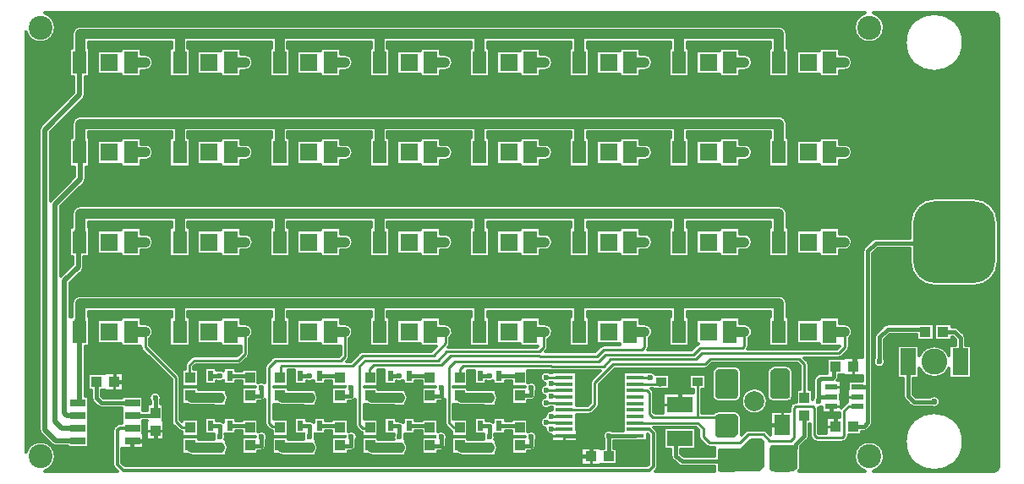
<source format=gtl>
G04 DesignSpark PCB Gerber Version 10.0 Build 5299*
G04 #@! TF.Part,Single*
G04 #@! TF.FileFunction,Copper,L1,Top*
G04 #@! TF.FilePolarity,Positive*
%FSLAX35Y35*%
%MOMM*%
G04 #@! TA.AperFunction,SMDPad,CuDef*
%ADD121R,0.60000X1.05000*%
%ADD82R,1.00000X1.09000*%
%ADD105R,1.40000X2.30000*%
%ADD123R,1.50000X2.00000*%
%ADD107R,1.60000X2.70000*%
%ADD106R,1.80000X1.80000*%
G04 #@! TD.AperFunction*
%ADD10C,0.20000*%
%ADD21C,0.25000*%
%ADD16C,0.25400*%
%ADD11C,0.30000*%
%ADD12C,0.38100*%
%ADD24C,0.50000*%
G04 #@! TA.AperFunction,ViaPad*
%ADD13C,0.60000*%
G04 #@! TD.AperFunction*
%ADD22C,1.00000*%
G04 #@! TA.AperFunction,ViaPad*
%ADD14C,2.00000*%
%ADD114C,2.40000*%
G04 #@! TA.AperFunction,WasherPad*
%ADD17C,2.60000*%
G04 #@! TA.AperFunction,SMDPad,CuDef*
%ADD120R,1.80000X0.45000*%
%ADD76R,1.15000X0.60000*%
%ADD122R,1.52500X0.70000*%
%ADD77R,1.05000X0.85000*%
%ADD78R,1.09000X1.00000*%
%ADD124R,2.59080X1.60020*%
G04 #@! TD.AperFunction*
X0Y0D02*
D02*
D10*
X7617000Y1186000D02*
X7782650D01*
X7808650Y1160000D01*
Y1003000D01*
X7772650Y967000D01*
X7616950D01*
X7595000Y988950D01*
Y1167000D01*
X7617000Y1186000D01*
G36*
X7617000Y1186000D02*
X7782650D01*
X7808650Y1160000D01*
Y1003000D01*
X7772650Y967000D01*
X7616950D01*
X7595000Y988950D01*
Y1167000D01*
X7617000Y1186000D01*
G37*
X7618000Y842000D02*
X7845000D01*
X7943000Y940000D01*
X8046000D01*
X8072000Y914000D01*
Y672000D01*
X8028000Y628000D01*
X7618000D01*
Y842000D01*
G36*
X7618000Y842000D02*
X7845000D01*
X7943000Y940000D01*
X8046000D01*
X8072000Y914000D01*
Y672000D01*
X8028000Y628000D01*
X7618000D01*
Y842000D01*
G37*
X7620000Y1638000D02*
X7593000Y1615980D01*
Y1374750D01*
X7612950Y1357750D01*
X7788130D01*
X7809130Y1378750D01*
Y1617980D01*
X7786000Y1638000D01*
X7620000D01*
G36*
X7620000Y1638000D02*
X7593000Y1615980D01*
Y1374750D01*
X7612950Y1357750D01*
X7788130D01*
X7809130Y1378750D01*
Y1617980D01*
X7786000Y1638000D01*
X7620000D01*
G37*
X8180000Y1642980D02*
X8145950Y1618980D01*
Y1374750D01*
X8162950Y1357750D01*
X8304000D01*
X8325000Y1378750D01*
Y1620980D01*
X8295000Y1642980D01*
X8180000D01*
G36*
X8180000Y1642980D02*
X8145950Y1618980D01*
Y1374750D01*
X8162950Y1357750D01*
X8304000D01*
X8325000Y1378750D01*
Y1620980D01*
X8295000Y1642980D01*
X8180000D01*
G37*
X8392000Y877000D02*
X8159000D01*
X8135000Y853000D01*
Y642700D01*
X8152000Y625700D01*
X8364000D01*
X8399000Y657700D01*
Y870000D01*
X8392000Y877000D01*
G36*
X8392000Y877000D02*
X8159000D01*
X8135000Y853000D01*
Y642700D01*
X8152000Y625700D01*
X8364000D01*
X8399000Y657700D01*
Y870000D01*
X8392000Y877000D01*
G37*
X9579000Y3119000D02*
G75*
G02*
X9779000Y3319000I200000J0D01*
G01*
X10179000D01*
G75*
G02*
X10379000Y3119000I0J-200000D01*
G01*
Y2719000D01*
G75*
G02*
X10179000Y2519000I-200000J0D01*
G01*
X9779000D01*
G75*
G02*
X9579000Y2719000I0J200000D01*
G01*
Y3119000D01*
G36*
X9579000Y3119000D02*
G75*
G02*
X9779000Y3319000I200000J0D01*
G01*
X10179000D01*
G75*
G02*
X10379000Y3119000I0J-200000D01*
G01*
Y2719000D01*
G75*
G02*
X10179000Y2519000I-200000J0D01*
G01*
X9779000D01*
G75*
G02*
X9579000Y2719000I0J200000D01*
G01*
Y3119000D01*
G37*
D02*
D11*
X684050Y5023700D02*
Y814900D01*
G75*
G02*
X981050Y769300I145000J-45600D01*
G01*
G75*
G02*
X874650Y624300I-152000J0D01*
G01*
X1598230D01*
X1565800Y656730D01*
G75*
G02*
X1552000Y690000I33200J33270D01*
G01*
Y1032000D01*
G75*
G02*
X1565800Y1065270I47000J0D01*
G01*
X1589530Y1089000D01*
G75*
G02*
X1622800Y1102800I33270J-33200D01*
G01*
X1642000D01*
Y1258750D01*
X1437200D01*
G75*
G02*
X1401090Y1273710I0J51050D01*
G01*
X1356910Y1317890D01*
G75*
G02*
X1341950Y1354000I36090J36110D01*
G01*
Y1437300D01*
X1303650D01*
Y1601300D01*
X1473050D01*
Y1609700D01*
X1662850D01*
Y1428900D01*
X1473050D01*
Y1437300D01*
X1444050D01*
Y1375150D01*
X1458350Y1360850D01*
X1642000D01*
Y1376800D01*
X1858500D01*
Y1233850D01*
X1897050D01*
Y1294700D01*
X1927970D01*
X1927960Y1321800D01*
G75*
G02*
X1917000Y1357000I51040J35200D01*
G01*
G75*
G02*
X2041000I62000J0D01*
G01*
G75*
G02*
X2030060Y1321830I-62010J0D01*
G01*
X2030070Y1294700D01*
X2061050D01*
Y1125300D01*
X2069450D01*
Y935500D01*
X1888650D01*
Y1125300D01*
X1897050D01*
Y1131750D01*
X1858500D01*
Y1004200D01*
X1866900D01*
Y853400D01*
X1646000D01*
Y709470D01*
X1679470Y676000D01*
X6905530D01*
X6919000Y689470D01*
Y981530D01*
X6906050Y994480D01*
Y922300D01*
X6662050D01*
Y927950D01*
X6569000D01*
Y851300D01*
X6604450D01*
Y687300D01*
X6435050D01*
Y678900D01*
X6245250D01*
Y859700D01*
X6435050D01*
Y851300D01*
X6466900D01*
Y948570D01*
G75*
G02*
X6554090Y1030050I55100J28430D01*
G01*
X6662050D01*
Y1616300D01*
X6900700D01*
G75*
G02*
X6988370Y1593800I33300J-52300D01*
G01*
X7133550D01*
Y1444800D01*
X7034920D01*
G75*
G02*
X7018180I-8370J51970D01*
G01*
X6964550D01*
Y1452100D01*
X6944120D01*
X6958610Y1437610D01*
G75*
G02*
X6971700Y1406000I-31610J-31610D01*
G01*
Y1216520D01*
X6983520Y1204700D01*
X7059100D01*
Y1409900D01*
X7364320D01*
X7364330Y1444800D01*
X7324550D01*
Y1593800D01*
X7493550D01*
Y1444800D01*
X7453730D01*
X7453700Y1322990D01*
Y1204700D01*
X7573200D01*
X7589000Y1218340D01*
G75*
G02*
X7617000Y1228780I28010J-32340D01*
G01*
X7782650D01*
G75*
G02*
X7812940Y1216210I0J-42780D01*
G01*
X7838860Y1190290D01*
G75*
G02*
X7851430Y1160000I-30210J-30290D01*
G01*
Y1003000D01*
G75*
G02*
X7848670Y987890I-42770J10D01*
G01*
X7887390Y1026610D01*
G75*
G02*
X7919060Y1039700I31610J-31620D01*
G01*
X8065940D01*
G75*
G02*
X8097610Y1026610I60J-44710D01*
G01*
X8138250Y985970D01*
Y1225150D01*
X8331300D01*
Y1254000D01*
G75*
G02*
X8344390Y1285610I44700J0D01*
G01*
X8361390Y1302610D01*
G75*
G02*
X8393060Y1315700I31610J-31620D01*
G01*
X8397050D01*
Y1444700D01*
X8434310D01*
X8434300Y1461130D01*
Y1675780D01*
X8405480Y1704600D01*
X7557520D01*
X7514310Y1661390D01*
G75*
G02*
X7482640Y1648300I-31610J31620D01*
G01*
X6581520D01*
X6425700Y1492480D01*
Y1289800D01*
G75*
G02*
X6412610Y1258190I-44700J0D01*
G01*
X6359610Y1205190D01*
G75*
G02*
X6327940Y1192100I-31610J31620D01*
G01*
X6196050D01*
Y1039700D01*
X6204450D01*
Y913900D01*
X5943650D01*
Y986010D01*
G75*
G02*
X5883000Y1048000I1350J61990D01*
G01*
G75*
G02*
X5883060Y1050660I62000J-70D01*
G01*
G75*
G02*
Y1172340I11940J60840D01*
G01*
G75*
G02*
X5883000Y1175000I61940J2730D01*
G01*
G75*
G02*
X5952050Y1236600I62000J0D01*
G01*
Y1262300D01*
X5937960D01*
G75*
G02*
X5833000Y1307000I-42960J44700D01*
G01*
G75*
G02*
X5883060Y1367840I62000J0D01*
G01*
G75*
G02*
X5883000Y1370500I61940J2730D01*
G01*
G75*
G02*
X5883060Y1373160I62000J-70D01*
G01*
G75*
G02*
Y1494840I11940J60840D01*
G01*
G75*
G02*
X5883000Y1497500I61940J2730D01*
G01*
G75*
G02*
X5883170Y1502140I62030J50D01*
G01*
G75*
G02*
X5833000Y1563000I11830J60860D01*
G01*
G75*
G02*
X5937960Y1607700I62000J0D01*
G01*
X5952050D01*
Y1616300D01*
X6196050D01*
Y1281500D01*
X6309480D01*
X6336300Y1308320D01*
Y1511000D01*
G75*
G02*
X6349390Y1542610I44700J0D01*
G01*
X6436080Y1629300D01*
X5943600D01*
G75*
G02*
X5934000Y1630300I-200J44670D01*
G01*
X5711000D01*
Y1509960D01*
G75*
G02*
X5791950Y1419500I31050J-53670D01*
G01*
Y1380100D01*
G75*
G02*
X5740900Y1329050I-51050J0D01*
G01*
X5711000D01*
Y1293600D01*
X5547000D01*
Y1466600D01*
X5680910D01*
G75*
G02*
X5681920Y1471400I61140J-10360D01*
G01*
X5547000D01*
Y1527950D01*
X5486000D01*
Y1494500D01*
X5362000D01*
Y1530010D01*
G75*
G02*
X5296000Y1523680I-38000J48990D01*
G01*
Y1494500D01*
X5172000D01*
Y1630300D01*
X5111000D01*
Y1471400D01*
X4966700D01*
Y1466600D01*
X5111000D01*
Y1441000D01*
X5267000D01*
Y1443500D01*
X5391000D01*
Y1412670D01*
G75*
G02*
Y1305330I-62010J-53670D01*
G01*
Y1274500D01*
X5267000D01*
Y1277000D01*
X5050100D01*
G75*
G02*
X5000630Y1293600I0J82010D01*
G01*
X4966700D01*
Y1144400D01*
X5111000D01*
Y971400D01*
X4947000D01*
Y1019540D01*
G75*
G02*
X4936390Y1027390I20990J39470D01*
G01*
X4890390Y1073390D01*
G75*
G02*
X4877300Y1105000I31610J31610D01*
G01*
Y1341120D01*
G75*
G02*
X4842000Y1326950I-35300J36880D01*
G01*
X4811000D01*
Y1293600D01*
X4647000D01*
Y1466600D01*
X4780910D01*
G75*
G02*
X4781940Y1471400I61100J-10600D01*
G01*
X4647000D01*
Y1527950D01*
X4586000D01*
Y1494500D01*
X4462000D01*
Y1530010D01*
G75*
G02*
X4396000Y1523680I-38000J48990D01*
G01*
Y1494500D01*
X4272000D01*
Y1639300D01*
X4211000D01*
Y1471400D01*
X4069700D01*
Y1466600D01*
X4211000D01*
Y1441000D01*
X4367000D01*
Y1443500D01*
X4491000D01*
Y1412670D01*
G75*
G02*
Y1305330I-62010J-53670D01*
G01*
Y1274500D01*
X4367000D01*
Y1277000D01*
X4150100D01*
G75*
G02*
X4100630Y1293600I0J82010D01*
G01*
X4069700D01*
Y1144400D01*
X4211000D01*
Y971400D01*
X4047000D01*
Y1009230D01*
G75*
G02*
X4028390Y1020390I13000J42770D01*
G01*
X3993390Y1055390D01*
G75*
G02*
X3980300Y1087000I31610J31610D01*
G01*
Y1344250D01*
G75*
G02*
X3942000Y1326950I-38300J33750D01*
G01*
X3911000D01*
Y1293600D01*
X3747000D01*
Y1466600D01*
X3880910D01*
G75*
G02*
X3881940Y1471400I61100J-10600D01*
G01*
X3747000D01*
Y1527950D01*
X3686000D01*
Y1494500D01*
X3562000D01*
Y1530010D01*
G75*
G02*
X3496000Y1523680I-38000J48990D01*
G01*
Y1494500D01*
X3372000D01*
Y1635300D01*
X3311000D01*
Y1471400D01*
X3164700D01*
Y1466600D01*
X3311000D01*
Y1441000D01*
X3467000D01*
Y1443500D01*
X3591000D01*
Y1412670D01*
G75*
G02*
Y1305330I-62010J-53670D01*
G01*
Y1274500D01*
X3467000D01*
Y1277000D01*
X3250100D01*
G75*
G02*
X3200630Y1293600I0J82010D01*
G01*
X3164700D01*
Y1144400D01*
X3311000D01*
Y971400D01*
X3147000D01*
Y1028580D01*
G75*
G02*
X3120390Y1041390I5000J44420D01*
G01*
X3088390Y1073390D01*
G75*
G02*
X3075300Y1105000I31610J31610D01*
G01*
Y1339310D01*
G75*
G02*
X3042000Y1326950I-33310J38690D01*
G01*
X3011000D01*
Y1293600D01*
X2847000D01*
Y1466600D01*
X2980910D01*
G75*
G02*
X2981940Y1471400I61100J-10600D01*
G01*
X2847000D01*
Y1527950D01*
X2786000D01*
Y1494500D01*
X2662000D01*
Y1530010D01*
G75*
G02*
X2596000Y1523680I-38000J48990D01*
G01*
Y1494500D01*
X2472000D01*
Y1663500D01*
X2596000D01*
Y1634320D01*
G75*
G02*
X2662000Y1627990I28000J-55320D01*
G01*
Y1663500D01*
X2786000D01*
Y1630050D01*
X2847000D01*
Y1644400D01*
X3011000D01*
Y1509690D01*
G75*
G02*
X3075300Y1508300I31000J-53690D01*
G01*
Y1665000D01*
G75*
G02*
X3088390Y1696610I44700J0D01*
G01*
X3152390Y1760610D01*
G75*
G02*
X3184060Y1773700I31610J-31620D01*
G01*
X3817480D01*
X3834350Y1790570D01*
Y1872300D01*
X3632050D01*
Y1897300D01*
X3396550D01*
Y2141300D01*
X3632050D01*
Y2166300D01*
X3836050D01*
Y2101300D01*
X3879050D01*
G75*
G02*
X3923750Y1950560I0J-82000D01*
G01*
Y1772050D01*
G75*
G02*
X3910660Y1740440I-44700J0D01*
G01*
X3894920Y1724700D01*
X3935480D01*
X4021390Y1810610D01*
G75*
G02*
X4053060Y1823700I31610J-31620D01*
G01*
X4744480D01*
X4793080Y1872300D01*
X4632050D01*
Y1897300D01*
X4396550D01*
Y2141300D01*
X4632050D01*
Y2166300D01*
X4836050D01*
Y2101300D01*
X4879050D01*
G75*
G02*
X4932750Y1957330I0J-82000D01*
G01*
Y1904050D01*
G75*
G02*
X4919660Y1872440I-44700J0D01*
G01*
X4914920Y1867700D01*
X5804480D01*
X5809080Y1872300D01*
X5632050D01*
Y1897300D01*
X5396550D01*
Y2141300D01*
X5632050D01*
Y2166300D01*
X5836050D01*
Y2101300D01*
X5879050D01*
G75*
G02*
X5913700Y1944980I0J-82000D01*
G01*
Y1869000D01*
G75*
G02*
X5900610Y1837390I-44700J0D01*
G01*
X5883920Y1820700D01*
X6385480D01*
X6439390Y1874610D01*
G75*
G02*
X6471060Y1887700I31610J-31620D01*
G01*
X6632050D01*
Y1897300D01*
X6396550D01*
Y2141300D01*
X6632050D01*
Y2166300D01*
X6836050D01*
Y2101300D01*
X6879050D01*
G75*
G02*
X6923750Y1950560I0J-82000D01*
G01*
Y1867050D01*
G75*
G02*
X6912760Y1837700I-44700J10D01*
G01*
X7350480D01*
X7399390Y1886610D01*
G75*
G02*
X7416550Y1897300I31600J-31610D01*
G01*
X7396550D01*
Y2141300D01*
X7632050D01*
Y2166300D01*
X7836050D01*
Y2101300D01*
X7879050D01*
G75*
G02*
X7923750Y1950560I0J-82000D01*
G01*
Y1877050D01*
G75*
G02*
X7912760Y1847700I-44700J10D01*
G01*
X8806480D01*
X8831080Y1872300D01*
X8632050D01*
Y1897300D01*
X8396550D01*
Y2141300D01*
X8632050D01*
Y2166300D01*
X8836050D01*
Y2101300D01*
X8879050D01*
G75*
G02*
X8930700Y1955610I0J-82000D01*
G01*
Y1864000D01*
G75*
G02*
X8917610Y1832390I-44700J0D01*
G01*
X8856610Y1771390D01*
G75*
G02*
X8824940Y1758300I-31610J31620D01*
G01*
X8478220D01*
X8510610Y1725910D01*
G75*
G02*
X8523700Y1694300I-31610J-31610D01*
G01*
Y1461170D01*
X8523710Y1444700D01*
X8561050D01*
Y1341210D01*
G75*
G02*
X8568000Y1354480I57980J-21910D01*
G01*
Y1533000D01*
G75*
G02*
X8582960Y1569110I51050J0D01*
G01*
X8605940Y1592090D01*
G75*
G02*
X8642050Y1607050I36110J-36090D01*
G01*
X8703300D01*
Y1751300D01*
X8872700D01*
Y1759700D01*
X9061950D01*
Y2827000D01*
G75*
G02*
X9076910Y2863110I51050J0D01*
G01*
X9159890Y2946090D01*
G75*
G02*
X9196000Y2961050I36110J-36090D01*
G01*
X9536220D01*
Y3119000D01*
G75*
G02*
X9779000Y3361780I242780J0D01*
G01*
X10179000D01*
G75*
G02*
X10421780Y3119000I0J-242780D01*
G01*
Y2719000D01*
G75*
G02*
X10179000Y2476220I-242780J0D01*
G01*
X9779000D01*
G75*
G02*
X9536220Y2719000I0J242780D01*
G01*
Y2858950D01*
X9217150D01*
X9164050Y2805850D01*
Y1109000D01*
G75*
G02*
X9149090Y1072890I-51050J0D01*
G01*
X9110110Y1033910D01*
G75*
G02*
X9074000Y1018950I-36110J36090D01*
G01*
X9054450D01*
Y987300D01*
X8922700D01*
Y976000D01*
G75*
G02*
X8909540Y944320I-44710J0D01*
G01*
X8890680Y925460D01*
G75*
G02*
X8859000Y912300I-31680J31550D01*
G01*
X8603060D01*
G75*
G02*
X8571390Y925390I-60J44710D01*
G01*
X8547390Y949390D01*
G75*
G02*
X8534300Y981000I31610J31610D01*
G01*
Y1093900D01*
X8530100D01*
Y980050D01*
G75*
G02*
X8515140Y943940I-51050J0D01*
G01*
X8442050Y870850D01*
Y857000D01*
G75*
G02*
X8441780Y851760I-51030J0D01*
G01*
Y657700D01*
G75*
G02*
X8427870Y626130I-42780J0D01*
G01*
X8425870Y624300D01*
X9083450D01*
G75*
G02*
X8977050Y769300I45600J145000D01*
G01*
G75*
G02*
X9281050I152000J0D01*
G01*
G75*
G02*
X9174650Y624300I-152000J0D01*
G01*
X10379050D01*
G75*
G03*
X10424050Y669300I0J45000D01*
G01*
Y5169300D01*
G75*
G03*
X10379050Y5214300I-45000J0D01*
G01*
X9174650D01*
G75*
G02*
X9281050Y5069300I-45600J-145000D01*
G01*
G75*
G02*
X8977050I-152000J0D01*
G01*
G75*
G02*
X9083450Y5214300I152000J0D01*
G01*
X874650D01*
G75*
G02*
X981050Y5069300I-45600J-145000D01*
G01*
G75*
G02*
X684050Y5023700I-152000J0D01*
G01*
X9487050Y4919300D02*
G75*
G02*
X10071050I292000J0D01*
G01*
G75*
G02*
X9487050I-292000J0D01*
G01*
X8306050Y4866300D02*
X8326050D01*
Y4572300D01*
X8122050D01*
Y4866300D01*
X8142050D01*
Y4921000D01*
X7306050D01*
Y4866300D01*
X7326050D01*
Y4572300D01*
X7122050D01*
Y4866300D01*
X7142050D01*
Y4921000D01*
X6306050D01*
Y4866300D01*
X6326050D01*
Y4572300D01*
X6122050D01*
Y4866300D01*
X6142050D01*
Y4921000D01*
X5306050D01*
Y4866300D01*
X5326050D01*
Y4572300D01*
X5122050D01*
Y4866300D01*
X5142050D01*
Y4921000D01*
X4306050D01*
Y4866300D01*
X4326050D01*
Y4572300D01*
X4122050D01*
Y4866300D01*
X4142050D01*
Y4921000D01*
X3306050D01*
Y4866300D01*
X3326050D01*
Y4572300D01*
X3122050D01*
Y4866300D01*
X3142050D01*
Y4921000D01*
X2306050D01*
Y4866300D01*
X2326050D01*
Y4572300D01*
X2122050D01*
Y4866300D01*
X2142050D01*
Y4921000D01*
X1311050D01*
Y4866300D01*
X1326050D01*
Y4572300D01*
X1279000D01*
Y4392800D01*
G75*
G02*
X1262310Y4352490I-57000J-10D01*
G01*
X930000Y4020190D01*
Y3329850D01*
G75*
G02*
X937490Y3339110I47830J-31030D01*
G01*
X1171000Y3572610D01*
Y3672300D01*
X1122050D01*
Y3966300D01*
X1147050D01*
Y4103000D01*
G75*
G02*
X1229050Y4185000I82000J0D01*
G01*
X8224050D01*
G75*
G02*
X8306050Y4103000I0J-82000D01*
G01*
Y3966300D01*
X8326050D01*
Y3672300D01*
X8122050D01*
Y3966300D01*
X8142050D01*
Y4021000D01*
X7306050D01*
Y3966300D01*
X7326050D01*
Y3672300D01*
X7122050D01*
Y3966300D01*
X7142050D01*
Y4021000D01*
X6306050D01*
Y3966300D01*
X6326050D01*
Y3672300D01*
X6122050D01*
Y3966300D01*
X6142050D01*
Y4021000D01*
X5306050D01*
Y3966300D01*
X5326050D01*
Y3672300D01*
X5122050D01*
Y3966300D01*
X5142050D01*
Y4021000D01*
X4306050D01*
Y3966300D01*
X4326050D01*
Y3672300D01*
X4122050D01*
Y3966300D01*
X4142050D01*
Y4021000D01*
X3306050D01*
Y3966300D01*
X3326050D01*
Y3672300D01*
X3122050D01*
Y3966300D01*
X3142050D01*
Y4021000D01*
X2306050D01*
Y3966300D01*
X2326050D01*
Y3672300D01*
X2122050D01*
Y3966300D01*
X2142050D01*
Y4021000D01*
X1311050D01*
Y3966300D01*
X1326050D01*
Y3672300D01*
X1285000D01*
Y3549000D01*
G75*
G02*
X1268310Y3508690I-57000J-10D01*
G01*
X1034800Y3275190D01*
Y2575410D01*
X1153000Y2693610D01*
Y2772300D01*
X1122050D01*
Y3066300D01*
X1147050D01*
Y3203000D01*
G75*
G02*
X1229050Y3285000I82000J0D01*
G01*
X8224050D01*
G75*
G02*
X8306050Y3203000I0J-82000D01*
G01*
Y3066300D01*
X8326050D01*
Y2772300D01*
X8122050D01*
Y3066300D01*
X8142050D01*
Y3121000D01*
X7306050D01*
Y3066300D01*
X7326050D01*
Y2772300D01*
X7122050D01*
Y3066300D01*
X7142050D01*
Y3121000D01*
X6306050D01*
Y3066300D01*
X6326050D01*
Y2772300D01*
X6122050D01*
Y3066300D01*
X6142050D01*
Y3121000D01*
X5306050D01*
Y3066300D01*
X5326050D01*
Y2772300D01*
X5122050D01*
Y3066300D01*
X5142050D01*
Y3121000D01*
X4306050D01*
Y3066300D01*
X4326050D01*
Y2772300D01*
X4122050D01*
Y3066300D01*
X4142050D01*
Y3121000D01*
X3306050D01*
Y3066300D01*
X3326050D01*
Y2772300D01*
X3122050D01*
Y3066300D01*
X3142050D01*
Y3121000D01*
X2306050D01*
Y3066300D01*
X2326050D01*
Y2772300D01*
X2122050D01*
Y3066300D01*
X2142050D01*
Y3121000D01*
X1311050D01*
Y3066300D01*
X1326050D01*
Y2772300D01*
X1267000D01*
Y2670000D01*
G75*
G02*
X1250310Y2629690I-57000J-10D01*
G01*
X1128000Y2507390D01*
Y2166300D01*
X1147050D01*
Y2303000D01*
G75*
G02*
X1229050Y2385000I82000J0D01*
G01*
X8224050D01*
G75*
G02*
X8306050Y2303000I0J-82000D01*
G01*
Y2166300D01*
X8326050D01*
Y1872300D01*
X8122050D01*
Y2166300D01*
X8142050D01*
Y2221000D01*
X7306050D01*
Y2166300D01*
X7326050D01*
Y1872300D01*
X7122050D01*
Y2166300D01*
X7142050D01*
Y2221000D01*
X6306050D01*
Y2166300D01*
X6326050D01*
Y1872300D01*
X6122050D01*
Y2166300D01*
X6142050D01*
Y2221000D01*
X5306050D01*
Y2166300D01*
X5326050D01*
Y1872300D01*
X5122050D01*
Y2166300D01*
X5142050D01*
Y2221000D01*
X4306050D01*
Y2166300D01*
X4326050D01*
Y1872300D01*
X4122050D01*
Y2166300D01*
X4142050D01*
Y2221000D01*
X3306050D01*
Y2166300D01*
X3326050D01*
Y1872300D01*
X3122050D01*
Y2166300D01*
X3142050D01*
Y2221000D01*
X2306050D01*
Y2166300D01*
X2326050D01*
Y1872300D01*
X2122050D01*
Y2166300D01*
X2142050D01*
Y2221000D01*
X1311050D01*
Y2166300D01*
X1326050D01*
Y1872300D01*
X1279000D01*
Y1660410D01*
G75*
G02*
Y1660150I-85130J-130D01*
G01*
G75*
G02*
X1278000Y1649520I-57000J0D01*
G01*
Y1376800D01*
X1316100D01*
Y861800D01*
X1099600D01*
Y871800D01*
X982250D01*
G75*
G02*
X941890Y888490I-60J57010D01*
G01*
X832690Y997690D01*
G75*
G02*
X816000Y1038000I40320J40300D01*
G01*
Y4043800D01*
G75*
G02*
X832690Y4084110I57000J10D01*
G01*
X1165000Y4416410D01*
Y4572300D01*
X1122050D01*
Y4866300D01*
X1147050D01*
Y5003000D01*
G75*
G02*
X1229050Y5085000I82000J0D01*
G01*
X8224050D01*
G75*
G02*
X8306050Y5003000I0J-82000D01*
G01*
Y4866300D01*
X7879050Y4801300D02*
G75*
G02*
Y4637300I0J-82000D01*
G01*
X7836050D01*
Y4572300D01*
X7632050D01*
Y4597300D01*
X7396550D01*
Y4841300D01*
X7632050D01*
Y4866300D01*
X7836050D01*
Y4801300D01*
X7879050D01*
X6879050D02*
G75*
G02*
Y4637300I0J-82000D01*
G01*
X6836050D01*
Y4572300D01*
X6632050D01*
Y4597300D01*
X6396550D01*
Y4841300D01*
X6632050D01*
Y4866300D01*
X6836050D01*
Y4801300D01*
X6879050D01*
X5879050D02*
G75*
G02*
Y4637300I0J-82000D01*
G01*
X5836050D01*
Y4572300D01*
X5632050D01*
Y4597300D01*
X5396550D01*
Y4841300D01*
X5632050D01*
Y4866300D01*
X5836050D01*
Y4801300D01*
X5879050D01*
X4879050D02*
G75*
G02*
Y4637300I0J-82000D01*
G01*
X4836050D01*
Y4572300D01*
X4632050D01*
Y4597300D01*
X4396550D01*
Y4841300D01*
X4632050D01*
Y4866300D01*
X4836050D01*
Y4801300D01*
X4879050D01*
X3879050D02*
G75*
G02*
Y4637300I0J-82000D01*
G01*
X3836050D01*
Y4572300D01*
X3632050D01*
Y4597300D01*
X3396550D01*
Y4841300D01*
X3632050D01*
Y4866300D01*
X3836050D01*
Y4801300D01*
X3879050D01*
X2879050D02*
G75*
G02*
Y4637300I0J-82000D01*
G01*
X2836050D01*
Y4572300D01*
X2632050D01*
Y4597300D01*
X2396550D01*
Y4841300D01*
X2632050D01*
Y4866300D01*
X2836050D01*
Y4801300D01*
X2879050D01*
X1879050D02*
G75*
G02*
Y4637300I0J-82000D01*
G01*
X1836050D01*
Y4572300D01*
X1632050D01*
Y4597300D01*
X1396550D01*
Y4841300D01*
X1632050D01*
Y4866300D01*
X1836050D01*
Y4801300D01*
X1879050D01*
X7879050Y3901300D02*
G75*
G02*
Y3737300I0J-82000D01*
G01*
X7836050D01*
Y3672300D01*
X7632050D01*
Y3697300D01*
X7396550D01*
Y3941300D01*
X7632050D01*
Y3966300D01*
X7836050D01*
Y3901300D01*
X7879050D01*
X6879050D02*
G75*
G02*
Y3737300I0J-82000D01*
G01*
X6836050D01*
Y3672300D01*
X6632050D01*
Y3697300D01*
X6396550D01*
Y3941300D01*
X6632050D01*
Y3966300D01*
X6836050D01*
Y3901300D01*
X6879050D01*
X5879050D02*
G75*
G02*
Y3737300I0J-82000D01*
G01*
X5836050D01*
Y3672300D01*
X5632050D01*
Y3697300D01*
X5396550D01*
Y3941300D01*
X5632050D01*
Y3966300D01*
X5836050D01*
Y3901300D01*
X5879050D01*
X4879050D02*
G75*
G02*
Y3737300I0J-82000D01*
G01*
X4836050D01*
Y3672300D01*
X4632050D01*
Y3697300D01*
X4396550D01*
Y3941300D01*
X4632050D01*
Y3966300D01*
X4836050D01*
Y3901300D01*
X4879050D01*
X3879050D02*
G75*
G02*
Y3737300I0J-82000D01*
G01*
X3836050D01*
Y3672300D01*
X3632050D01*
Y3697300D01*
X3396550D01*
Y3941300D01*
X3632050D01*
Y3966300D01*
X3836050D01*
Y3901300D01*
X3879050D01*
X2879050D02*
G75*
G02*
Y3737300I0J-82000D01*
G01*
X2836050D01*
Y3672300D01*
X2632050D01*
Y3697300D01*
X2396550D01*
Y3941300D01*
X2632050D01*
Y3966300D01*
X2836050D01*
Y3901300D01*
X2879050D01*
X1879050D02*
G75*
G02*
Y3737300I0J-82000D01*
G01*
X1836050D01*
Y3672300D01*
X1632050D01*
Y3697300D01*
X1396550D01*
Y3941300D01*
X1632050D01*
Y3966300D01*
X1836050D01*
Y3901300D01*
X1879050D01*
X7879050Y3001300D02*
G75*
G02*
Y2837300I0J-82000D01*
G01*
X7836050D01*
Y2772300D01*
X7632050D01*
Y2797300D01*
X7396550D01*
Y3041300D01*
X7632050D01*
Y3066300D01*
X7836050D01*
Y3001300D01*
X7879050D01*
X6879050D02*
G75*
G02*
Y2837300I0J-82000D01*
G01*
X6836050D01*
Y2772300D01*
X6632050D01*
Y2797300D01*
X6396550D01*
Y3041300D01*
X6632050D01*
Y3066300D01*
X6836050D01*
Y3001300D01*
X6879050D01*
X5879050D02*
G75*
G02*
Y2837300I0J-82000D01*
G01*
X5836050D01*
Y2772300D01*
X5632050D01*
Y2797300D01*
X5396550D01*
Y3041300D01*
X5632050D01*
Y3066300D01*
X5836050D01*
Y3001300D01*
X5879050D01*
X4879050D02*
G75*
G02*
Y2837300I0J-82000D01*
G01*
X4836050D01*
Y2772300D01*
X4632050D01*
Y2797300D01*
X4396550D01*
Y3041300D01*
X4632050D01*
Y3066300D01*
X4836050D01*
Y3001300D01*
X4879050D01*
X3879050D02*
G75*
G02*
Y2837300I0J-82000D01*
G01*
X3836050D01*
Y2772300D01*
X3632050D01*
Y2797300D01*
X3396550D01*
Y3041300D01*
X3632050D01*
Y3066300D01*
X3836050D01*
Y3001300D01*
X3879050D01*
X2879050D02*
G75*
G02*
Y2837300I0J-82000D01*
G01*
X2836050D01*
Y2772300D01*
X2632050D01*
Y2797300D01*
X2396550D01*
Y3041300D01*
X2632050D01*
Y3066300D01*
X2836050D01*
Y3001300D01*
X2879050D01*
X1879050D02*
G75*
G02*
Y2837300I0J-82000D01*
G01*
X1836050D01*
Y2772300D01*
X1632050D01*
Y2797300D01*
X1396550D01*
Y3041300D01*
X1632050D01*
Y3066300D01*
X1836050D01*
Y3001300D01*
X1879050D01*
X2879050Y2101300D02*
G75*
G02*
X2923750Y1950560I0J-82000D01*
G01*
Y1799050D01*
G75*
G02*
X2910660Y1767440I-44700J0D01*
G01*
X2843610Y1700390D01*
G75*
G02*
X2811940Y1687300I-31610J31620D01*
G01*
X2386520D01*
X2367700Y1668480D01*
Y1644400D01*
X2411000D01*
Y1471400D01*
X2247000D01*
Y1644400D01*
X2278300D01*
Y1687000D01*
G75*
G02*
X2291390Y1718610I44700J0D01*
G01*
X2336390Y1763610D01*
G75*
G02*
X2368060Y1776700I31610J-31620D01*
G01*
X2793480D01*
X2834350Y1817570D01*
Y1872300D01*
X2632050D01*
Y1897300D01*
X2396550D01*
Y2141300D01*
X2632050D01*
Y2166300D01*
X2836050D01*
Y2101300D01*
X2879050D01*
X2691000Y1412670D02*
G75*
G02*
Y1305330I-62010J-53670D01*
G01*
Y1274500D01*
X2567000D01*
Y1277000D01*
X2350100D01*
G75*
G02*
X2300630Y1293600I0J82010D01*
G01*
X2247000D01*
Y1466600D01*
X2411000D01*
Y1441000D01*
X2567000D01*
Y1443500D01*
X2691000D01*
Y1412670D01*
X3011000Y1018690D02*
G75*
G02*
X3093050Y929820I31000J-53690D01*
G01*
Y878000D01*
G75*
G02*
X3042000Y826950I-51050J0D01*
G01*
X3011000D01*
Y793600D01*
X2847000D01*
Y966600D01*
X2980020D01*
G75*
G02*
X2980330Y971400I61980J-1590D01*
G01*
X2847000D01*
Y1027950D01*
X2786000D01*
Y994500D01*
X2680050D01*
G75*
G02*
X2680950Y943500I-56050J-26500D01*
G01*
X2691000D01*
Y912670D01*
G75*
G02*
Y805330I-62010J-53670D01*
G01*
Y774500D01*
X2567000D01*
Y777000D01*
X2350100D01*
G75*
G02*
X2300630Y793600I0J82010D01*
G01*
X2247000D01*
Y966600D01*
X2411000D01*
Y941000D01*
X2567000D01*
Y943500D01*
X2567050D01*
G75*
G02*
X2567950Y994500I56950J24500D01*
G01*
X2472000D01*
Y1163500D01*
X2596000D01*
Y1130050D01*
X2624000D01*
G75*
G02*
X2662000Y1113090I0J-51050D01*
G01*
Y1163500D01*
X2786000D01*
Y1130050D01*
X2847000D01*
Y1144400D01*
X3011000D01*
Y1018690D01*
X2247000Y1144400D02*
X2411000D01*
Y971400D01*
X2247000D01*
Y1019300D01*
X2242060D01*
G75*
G02*
X2210390Y1032390I-60J44710D01*
G01*
X2152390Y1090390D01*
G75*
G02*
X2139300Y1122000I31610J31610D01*
G01*
Y1539430D01*
X1847390Y1831340D01*
G75*
G02*
X1834300Y1862950I31610J31610D01*
G01*
Y1872300D01*
X1632050D01*
Y1897300D01*
X1396550D01*
Y2141300D01*
X1632050D01*
Y2166300D01*
X1836050D01*
Y2101300D01*
X1879050D01*
G75*
G02*
X1923700Y1950520I0J-82000D01*
G01*
Y1881470D01*
X2215610Y1589560D01*
G75*
G02*
X2228700Y1557950I-31610J-31610D01*
G01*
Y1140520D01*
X2247000Y1122220D01*
Y1144400D01*
X8879050Y3001300D02*
G75*
G02*
Y2837300I0J-82000D01*
G01*
X8836050D01*
Y2772300D01*
X8632050D01*
Y2797300D01*
X8396550D01*
Y3041300D01*
X8632050D01*
Y3066300D01*
X8836050D01*
Y3001300D01*
X8879050D01*
Y3901300D02*
G75*
G02*
Y3737300I0J-82000D01*
G01*
X8836050D01*
Y3672300D01*
X8632050D01*
Y3697300D01*
X8396550D01*
Y3941300D01*
X8632050D01*
Y3966300D01*
X8836050D01*
Y3901300D01*
X8879050D01*
Y4801300D02*
G75*
G02*
Y4637300I0J-82000D01*
G01*
X8836050D01*
Y4572300D01*
X8632050D01*
Y4597300D01*
X8396550D01*
Y4841300D01*
X8632050D01*
Y4866300D01*
X8836050D01*
Y4801300D01*
X8879050D01*
X8350260Y1655510D02*
G75*
G02*
X8367780Y1620980I-25260J-34530D01*
G01*
Y1378750D01*
G75*
G02*
X8360650Y1355100I-42780J0D01*
G01*
Y1322750D01*
X8328600D01*
G75*
G02*
X8304000Y1314970I-24600J35000D01*
G01*
X8163040D01*
G75*
G02*
X8132700Y1327500I-90J42780D01*
G01*
X8115700Y1344500D01*
G75*
G02*
X8105560Y1360650I30250J30250D01*
G01*
G75*
G02*
X8110550Y1324700I-127000J-35950D01*
G01*
G75*
G02*
X7846550I-132000J0D01*
G01*
G75*
G02*
X8104450Y1364360I132000J0D01*
G01*
G75*
G02*
X8103170Y1374750I41520J10390D01*
G01*
G75*
G02*
Y1374770I18790J10D01*
G01*
G75*
G02*
Y1374840I21800J40D01*
G01*
Y1618980D01*
G75*
G02*
X8121360Y1653980I42780J-10D01*
G01*
X8155300Y1677910D01*
G75*
G02*
X8180000Y1685760I24700J-34930D01*
G01*
X8295000D01*
G75*
G02*
X8320340Y1677450I0J-42790D01*
G01*
X8350260Y1655510D01*
X7851910Y1617980D02*
G75*
G02*
Y1617960I-13320J-10D01*
G01*
G75*
G02*
Y1617910I-11060J-20D01*
G01*
Y1378750D01*
G75*
G02*
X7839340Y1348460I-42780J0D01*
G01*
X7818420Y1327540D01*
G75*
G02*
X7788130Y1314970I-30290J30210D01*
G01*
X7613000D01*
G75*
G02*
X7585200Y1325190I-50J42790D01*
G01*
X7565250Y1342190D01*
G75*
G02*
X7550220Y1374750I27750J32560D01*
G01*
Y1615980D01*
G75*
G02*
X7566000Y1649170I42780J10D01*
G01*
X7592920Y1671120D01*
G75*
G02*
X7620000Y1680780I27080J-33120D01*
G01*
X7785930D01*
G75*
G02*
X7814000Y1670350I70J-42790D01*
G01*
X7837130Y1650330D01*
G75*
G02*
X7851910Y1617980I-28000J-32350D01*
G01*
X5711000Y1018690D02*
G75*
G02*
X5793050Y929820I31000J-53690D01*
G01*
Y878000D01*
G75*
G02*
X5742000Y826950I-51050J0D01*
G01*
X5711000D01*
Y793600D01*
X5547000D01*
Y966600D01*
X5680020D01*
G75*
G02*
X5680330Y971400I61980J-1590D01*
G01*
X5547000D01*
Y1027950D01*
X5486000D01*
Y994500D01*
X5380050D01*
G75*
G02*
X5380950Y943500I-56050J-26500D01*
G01*
X5391000D01*
Y912670D01*
G75*
G02*
Y805330I-62010J-53670D01*
G01*
Y774500D01*
X5267000D01*
Y777000D01*
X5050100D01*
G75*
G02*
X5000630Y793600I0J82010D01*
G01*
X4947000D01*
Y966600D01*
X5111000D01*
Y941000D01*
X5267000D01*
Y943500D01*
X5267050D01*
G75*
G02*
X5267950Y994500I56950J24500D01*
G01*
X5172000D01*
Y1163500D01*
X5296000D01*
Y1129050D01*
X5324000D01*
G75*
G02*
X5362000Y1112090I0J-51050D01*
G01*
Y1163500D01*
X5486000D01*
Y1130050D01*
X5547000D01*
Y1144400D01*
X5711000D01*
Y1018690D01*
X4811000D02*
G75*
G02*
X4893050Y929820I31000J-53690D01*
G01*
Y878000D01*
G75*
G02*
X4842000Y826950I-51050J0D01*
G01*
X4811000D01*
Y793600D01*
X4647000D01*
Y966600D01*
X4780020D01*
G75*
G02*
X4780330Y971400I61980J-1590D01*
G01*
X4647000D01*
Y1027950D01*
X4586000D01*
Y994500D01*
X4480050D01*
G75*
G02*
X4480950Y943500I-56050J-26500D01*
G01*
X4491000D01*
Y912670D01*
G75*
G02*
Y805330I-62010J-53670D01*
G01*
Y774500D01*
X4367000D01*
Y777000D01*
X4150100D01*
G75*
G02*
X4100630Y793600I0J82010D01*
G01*
X4047000D01*
Y966600D01*
X4211000D01*
Y941000D01*
X4367000D01*
Y943500D01*
X4367050D01*
G75*
G02*
X4367950Y994500I56950J24500D01*
G01*
X4272000D01*
Y1163500D01*
X4396000D01*
Y1125050D01*
X4424000D01*
G75*
G02*
X4462000Y1108090I0J-51050D01*
G01*
Y1163500D01*
X4586000D01*
Y1130050D01*
X4647000D01*
Y1144400D01*
X4811000D01*
Y1018690D01*
X3911000D02*
G75*
G02*
X3993050Y929820I31000J-53690D01*
G01*
Y878000D01*
G75*
G02*
X3942000Y826950I-51050J0D01*
G01*
X3911000D01*
Y793600D01*
X3747000D01*
Y966600D01*
X3880020D01*
G75*
G02*
X3880330Y971400I61980J-1590D01*
G01*
X3747000D01*
Y1027950D01*
X3686000D01*
Y994500D01*
X3580050D01*
G75*
G02*
X3580950Y943500I-56050J-26500D01*
G01*
X3591000D01*
Y912670D01*
G75*
G02*
Y805330I-62010J-53670D01*
G01*
Y774500D01*
X3467000D01*
Y777000D01*
X3250100D01*
G75*
G02*
X3200630Y793600I0J82010D01*
G01*
X3147000D01*
Y966600D01*
X3311000D01*
Y941000D01*
X3467000D01*
Y943500D01*
X3467050D01*
G75*
G02*
X3467950Y994500I56950J24500D01*
G01*
X3372000D01*
Y1163500D01*
X3496000D01*
Y1131050D01*
X3524000D01*
G75*
G02*
X3562000Y1114090I0J-51050D01*
G01*
Y1163500D01*
X3686000D01*
Y1130050D01*
X3747000D01*
Y1144400D01*
X3911000D01*
Y1018690D01*
X10092050Y1886000D02*
X10151000D01*
Y1552000D01*
X9927000D01*
Y1653120D01*
G75*
G02*
X9631000I-148000J65880D01*
G01*
Y1552000D01*
X9570050D01*
Y1394150D01*
X9595150Y1369050D01*
X9742050D01*
G75*
G02*
X9841050Y1319300I37000J-49750D01*
G01*
G75*
G02*
X9745830Y1266950I-62000J0D01*
G01*
X9574000D01*
G75*
G02*
X9537890Y1281910I0J51050D01*
G01*
X9482910Y1336890D01*
G75*
G02*
X9467950Y1373000I36090J36110D01*
G01*
Y1552000D01*
X9407000D01*
Y1886000D01*
X9631000D01*
Y1784880D01*
G75*
G02*
X9927000I148000J-65880D01*
G01*
Y1886000D01*
X9989950D01*
Y1940850D01*
X9962550Y1968250D01*
X9954450D01*
Y1937300D01*
X9781450D01*
Y2101300D01*
X9954450D01*
Y2070350D01*
X9983700D01*
G75*
G02*
X10019810Y2055390I0J-51050D01*
G01*
X10077090Y1998110D01*
G75*
G02*
X10092050Y1962000I-36090J-36110D01*
G01*
Y1886000D01*
X9487050Y919300D02*
G75*
G02*
X10071050I292000J0D01*
G01*
G75*
G02*
X9487050I-292000J0D01*
G01*
X9603650Y2101300D02*
X9776650D01*
Y1937300D01*
X9603650D01*
Y1996250D01*
X9333450D01*
X9280050Y1942850D01*
Y1754480D01*
G75*
G02*
X9291000Y1719300I-51050J-35180D01*
G01*
G75*
G02*
X9167000I-62000J0D01*
G01*
G75*
G02*
X9177950Y1754480I62000J0D01*
G01*
Y1964000D01*
G75*
G02*
X9192910Y2000110I51050J0D01*
G01*
X9276190Y2083390D01*
G75*
G02*
X9312300Y2098350I36110J-36090D01*
G01*
X9603650D01*
Y2101300D01*
X699050Y969000D02*
G36*
X699050Y969000D02*
Y848070D01*
G75*
G02*
X981050Y769300I130000J-78770D01*
G01*
G75*
G02*
X907820Y639300I-152000J0D01*
G01*
X1583230D01*
X1565800Y656730D01*
G75*
G02*
X1552000Y690000I33240J33280D01*
G01*
Y969000D01*
X1316100D01*
Y861800D01*
X1099600D01*
Y871800D01*
X982250D01*
G75*
G02*
X941890Y888490I-40J57050D01*
G01*
X861380Y969000D01*
X699050D01*
G37*
X1646000Y853400D02*
G36*
X1646000Y853400D02*
Y709470D01*
X1679470Y676000D01*
X6905530D01*
X6919000Y689470D01*
Y969000D01*
X6906050D01*
Y922300D01*
X6662050D01*
Y927950D01*
X6569000D01*
Y851300D01*
X6604450D01*
Y687300D01*
X6435050D01*
Y678900D01*
X6245250D01*
Y859700D01*
X6435050D01*
Y851300D01*
X6466900D01*
Y948570D01*
G75*
G02*
X6460520Y969000I55110J28420D01*
G01*
X6204450D01*
Y913900D01*
X5943650D01*
Y969000D01*
X5803870D01*
G75*
G02*
X5804000Y965000I-61890J-4010D01*
G01*
G75*
G02*
X5793050Y929820I-62000J0D01*
G01*
Y878000D01*
G75*
G02*
Y877990I-71620J0D01*
G01*
G75*
G02*
X5742000Y826950I-51050J0D01*
G01*
X5711000D01*
Y793600D01*
X5547000D01*
Y966600D01*
X5680020D01*
G75*
G02*
X5680130Y969000I64420J-1750D01*
G01*
X5385990D01*
G75*
G02*
X5386000Y968000I-62200J-1120D01*
G01*
G75*
G02*
X5380950Y943500I-61970J0D01*
G01*
X5391000D01*
Y912670D01*
G75*
G02*
X5411000Y859000I-62010J-53670D01*
G01*
G75*
G02*
X5391000Y805330I-82010J0D01*
G01*
Y774500D01*
X5267000D01*
Y777000D01*
X5050100D01*
G75*
G02*
X5000630Y793600I0J82000D01*
G01*
X4947000D01*
Y966600D01*
X5111000D01*
Y941000D01*
X5267000D01*
Y943500D01*
X5267050D01*
G75*
G02*
X5262000Y968000I56920J24500D01*
G01*
G75*
G02*
X5262010Y969000I62210J-120D01*
G01*
X4903870D01*
G75*
G02*
X4904000Y965000I-61890J-4010D01*
G01*
G75*
G02*
X4893050Y929820I-62000J0D01*
G01*
Y878000D01*
G75*
G02*
Y877990I-71620J0D01*
G01*
G75*
G02*
X4842000Y826950I-51050J0D01*
G01*
X4811000D01*
Y793600D01*
X4647000D01*
Y966600D01*
X4780020D01*
G75*
G02*
X4780130Y969000I64420J-1750D01*
G01*
X4485990D01*
G75*
G02*
X4486000Y968000I-62200J-1120D01*
G01*
G75*
G02*
X4480950Y943500I-61970J0D01*
G01*
X4491000D01*
Y912670D01*
G75*
G02*
X4511000Y859000I-62010J-53670D01*
G01*
G75*
G02*
X4491000Y805330I-82010J0D01*
G01*
Y774500D01*
X4367000D01*
Y777000D01*
X4150100D01*
G75*
G02*
X4100630Y793600I0J82000D01*
G01*
X4047000D01*
Y966600D01*
X4211000D01*
Y941000D01*
X4367000D01*
Y943500D01*
X4367050D01*
G75*
G02*
X4362000Y968000I56920J24500D01*
G01*
G75*
G02*
X4362010Y969000I62210J-120D01*
G01*
X4003870D01*
G75*
G02*
X4004000Y965000I-61890J-4010D01*
G01*
G75*
G02*
X3993050Y929820I-62000J0D01*
G01*
Y878000D01*
G75*
G02*
Y877990I-71620J0D01*
G01*
G75*
G02*
X3942000Y826950I-51050J0D01*
G01*
X3911000D01*
Y793600D01*
X3747000D01*
Y966600D01*
X3880020D01*
G75*
G02*
X3880130Y969000I64420J-1750D01*
G01*
X3585990D01*
G75*
G02*
X3586000Y968000I-62200J-1120D01*
G01*
G75*
G02*
X3580950Y943500I-61970J0D01*
G01*
X3591000D01*
Y912670D01*
G75*
G02*
X3611000Y859000I-62010J-53670D01*
G01*
G75*
G02*
X3591000Y805330I-82010J0D01*
G01*
Y774500D01*
X3467000D01*
Y777000D01*
X3250100D01*
G75*
G02*
X3200630Y793600I0J82000D01*
G01*
X3147000D01*
Y966600D01*
X3311000D01*
Y941000D01*
X3467000D01*
Y943500D01*
X3467050D01*
G75*
G02*
X3462000Y968000I56920J24500D01*
G01*
G75*
G02*
X3462010Y969000I62210J-120D01*
G01*
X3103870D01*
G75*
G02*
X3104000Y965000I-61890J-4010D01*
G01*
G75*
G02*
X3093050Y929820I-62000J0D01*
G01*
Y878000D01*
G75*
G02*
Y877990I-71620J0D01*
G01*
G75*
G02*
X3042000Y826950I-51050J0D01*
G01*
X3011000D01*
Y793600D01*
X2847000D01*
Y966600D01*
X2980020D01*
G75*
G02*
X2980130Y969000I64420J-1750D01*
G01*
X2685990D01*
G75*
G02*
X2686000Y968000I-62200J-1120D01*
G01*
G75*
G02*
X2680950Y943500I-61970J0D01*
G01*
X2691000D01*
Y912670D01*
G75*
G02*
X2711000Y859000I-62010J-53670D01*
G01*
G75*
G02*
X2691000Y805330I-82010J0D01*
G01*
Y774500D01*
X2567000D01*
Y777000D01*
X2350100D01*
G75*
G02*
X2300630Y793600I0J82000D01*
G01*
X2247000D01*
Y966600D01*
X2411000D01*
Y941000D01*
X2567000D01*
Y943500D01*
X2567050D01*
G75*
G02*
X2562000Y968000I56920J24500D01*
G01*
G75*
G02*
X2562010Y969000I62210J-120D01*
G01*
X2069450D01*
Y935500D01*
X1888650D01*
Y969000D01*
X1866900D01*
Y853400D01*
X1646000D01*
G37*
X8441780Y851760D02*
G36*
X8441780Y851760D02*
Y657700D01*
G75*
G02*
Y657690I-52090J0D01*
G01*
G75*
G02*
X8437620Y639300I-42760J10D01*
G01*
X9050280D01*
G75*
G02*
X8977050Y769280I78750J129990D01*
G01*
G75*
G02*
Y769300I190990J10D01*
G01*
G75*
G02*
X9281050I152000J0D01*
G01*
G75*
G02*
X9207820Y639300I-152000J0D01*
G01*
X9696200D01*
G75*
G02*
X9487050Y919300I82850J280000D01*
G01*
G75*
G02*
X9491310Y969000I292020J0D01*
G01*
X8922150D01*
G75*
G02*
X8909540Y944320I-44160J7000D01*
G01*
X8890680Y925460D01*
G75*
G02*
X8859000Y912300I-31680J31550D01*
G01*
X8603060D01*
G75*
G02*
X8571390Y925390I-60J44700D01*
G01*
X8547390Y949390D01*
G75*
G02*
X8535940Y969000I31590J31590D01*
G01*
X8528890D01*
G75*
G02*
X8515140Y943940I-49890J11070D01*
G01*
X8442050Y870850D01*
Y857000D01*
G75*
G02*
X8441780Y851760I-53050J110D01*
G01*
G37*
X10071050Y919300D02*
G36*
X10071050Y919300D02*
G75*
G02*
X9861900Y639300I-292000J0D01*
G01*
X10409050D01*
Y969000D01*
X10066790D01*
G75*
G02*
X10071050Y919300I-287760J-49700D01*
G01*
G37*
X699050Y1370550D02*
G36*
X699050Y1370550D02*
Y969000D01*
X861380D01*
X832690Y997690D01*
G75*
G02*
X816000Y1038000I40380J40330D01*
G01*
Y1370550D01*
X699050D01*
G37*
X1316100D02*
G36*
X1316100Y1370550D02*
Y969000D01*
X1552000D01*
Y1032000D01*
G75*
G02*
X1565800Y1065270I47040J-10D01*
G01*
X1589530Y1089000D01*
G75*
G02*
X1622800Y1102800I33280J-33240D01*
G01*
X1642000D01*
Y1258750D01*
X1437200D01*
G75*
G02*
X1401090Y1273710I20J51100D01*
G01*
X1356910Y1317890D01*
G75*
G02*
X1341950Y1354000I36140J36130D01*
G01*
Y1370550D01*
X1316100D01*
G37*
X1448650D02*
G36*
X1448650Y1370550D02*
X1458350Y1360850D01*
X1642000D01*
Y1370550D01*
X1448650D01*
G37*
X1858500Y1131750D02*
G36*
X1858500Y1131750D02*
Y1004200D01*
X1866900D01*
Y969000D01*
X1888650D01*
Y1125300D01*
X1897050D01*
Y1131750D01*
X1858500D01*
G37*
Y1370550D02*
G36*
X1858500Y1370550D02*
Y1233850D01*
X1897050D01*
Y1294700D01*
X1927970D01*
X1927960Y1321800D01*
G75*
G02*
X1917000Y1356990I51010J35190D01*
G01*
G75*
G02*
Y1357000I44070J10D01*
G01*
G75*
G02*
X1918500Y1370550I62000J-10D01*
G01*
X1858500D01*
G37*
X2030060Y1321830D02*
G36*
X2030060Y1321830D02*
X2030070Y1294700D01*
X2061050D01*
Y1125300D01*
X2069450D01*
Y969000D01*
X2562010D01*
G75*
G02*
X2567950Y994500I61970J-990D01*
G01*
X2472000D01*
Y1163500D01*
X2596000D01*
Y1130050D01*
X2624000D01*
G75*
G02*
X2662000Y1113090I20J-51010D01*
G01*
Y1163500D01*
X2786000D01*
Y1130050D01*
X2847000D01*
Y1144400D01*
X3011000D01*
Y1018690D01*
G75*
G02*
X3103870Y969000I31000J-53690D01*
G01*
X3462010D01*
G75*
G02*
X3467950Y994500I61970J-990D01*
G01*
X3372000D01*
Y1163500D01*
X3496000D01*
Y1131050D01*
X3524000D01*
G75*
G02*
X3562000Y1114090I20J-51010D01*
G01*
Y1163500D01*
X3686000D01*
Y1130050D01*
X3747000D01*
Y1144400D01*
X3911000D01*
Y1018690D01*
G75*
G02*
X4003870Y969000I31000J-53690D01*
G01*
X4362010D01*
G75*
G02*
X4367950Y994500I61970J-990D01*
G01*
X4272000D01*
Y1163500D01*
X4396000D01*
Y1125050D01*
X4424000D01*
G75*
G02*
X4462000Y1108090I20J-51010D01*
G01*
Y1163500D01*
X4586000D01*
Y1130050D01*
X4647000D01*
Y1144400D01*
X4811000D01*
Y1018690D01*
G75*
G02*
X4903870Y969000I31000J-53690D01*
G01*
X5262010D01*
G75*
G02*
X5267950Y994500I61970J-990D01*
G01*
X5172000D01*
Y1163500D01*
X5296000D01*
Y1129050D01*
X5324000D01*
G75*
G02*
X5362000Y1112090I20J-51010D01*
G01*
Y1163500D01*
X5486000D01*
Y1130050D01*
X5547000D01*
Y1144400D01*
X5711000D01*
Y1018690D01*
G75*
G02*
X5803870Y969000I31000J-53690D01*
G01*
X5943650D01*
Y986010D01*
G75*
G02*
X5883000Y1048000I1350J61990D01*
G01*
G75*
G02*
X5883060Y1050660I88530J-670D01*
G01*
G75*
G02*
X5833000Y1111500I11940J60840D01*
G01*
G75*
G02*
X5883060Y1172340I62000J0D01*
G01*
G75*
G02*
X5883000Y1175000I88470J3330D01*
G01*
G75*
G02*
X5952050Y1236600I62000J0D01*
G01*
Y1262300D01*
X5937960D01*
G75*
G02*
X5833000Y1307000I-42960J44700D01*
G01*
G75*
G02*
X5883060Y1367840I62000J0D01*
G01*
G75*
G02*
X5883000Y1370500I88470J3330D01*
G01*
G75*
G02*
Y1370550I89520J30D01*
G01*
X5791050D01*
G75*
G02*
X5740900Y1329050I-50140J9540D01*
G01*
X5711000D01*
Y1293600D01*
X5547000D01*
Y1370550D01*
X5410180D01*
G75*
G02*
X5411000Y1359000I-81190J-11570D01*
G01*
G75*
G02*
X5391000Y1305330I-82010J0D01*
G01*
Y1274500D01*
X5267000D01*
Y1277000D01*
X5050100D01*
G75*
G02*
X5000630Y1293600I0J82000D01*
G01*
X4966700D01*
Y1144400D01*
X5111000D01*
Y971400D01*
X4947000D01*
Y1019540D01*
G75*
G02*
X4936390Y1027390I20820J39230D01*
G01*
X4890390Y1073390D01*
G75*
G02*
X4877300Y1104980I31580J31590D01*
G01*
G75*
G02*
Y1105000I60310J10D01*
G01*
Y1341120D01*
G75*
G02*
X4842000Y1326950I-35280J36820D01*
G01*
X4811000D01*
Y1293600D01*
X4647000D01*
Y1370550D01*
X4510180D01*
G75*
G02*
X4511000Y1359000I-81190J-11570D01*
G01*
G75*
G02*
X4491000Y1305330I-82010J0D01*
G01*
Y1274500D01*
X4367000D01*
Y1277000D01*
X4150100D01*
G75*
G02*
X4100630Y1293600I0J82000D01*
G01*
X4069700D01*
Y1144400D01*
X4211000D01*
Y971400D01*
X4047000D01*
Y1009230D01*
G75*
G02*
X4028390Y1020390I12970J42720D01*
G01*
X3993390Y1055390D01*
G75*
G02*
X3980300Y1086980I31580J31590D01*
G01*
G75*
G02*
Y1087000I60310J10D01*
G01*
Y1344250D01*
G75*
G02*
X3942000Y1326950I-38320J33800D01*
G01*
X3911000D01*
Y1293600D01*
X3747000D01*
Y1370550D01*
X3610180D01*
G75*
G02*
X3611000Y1359000I-81190J-11570D01*
G01*
G75*
G02*
X3591000Y1305330I-82010J0D01*
G01*
Y1274500D01*
X3467000D01*
Y1277000D01*
X3250100D01*
G75*
G02*
X3200630Y1293600I0J82000D01*
G01*
X3164700D01*
Y1144400D01*
X3311000D01*
Y971400D01*
X3147000D01*
Y1028580D01*
G75*
G02*
X3120390Y1041390I4980J44390D01*
G01*
X3088390Y1073390D01*
G75*
G02*
X3075300Y1104980I31580J31590D01*
G01*
G75*
G02*
Y1105000I60310J10D01*
G01*
Y1339310D01*
G75*
G02*
X3042000Y1326950I-33300J38680D01*
G01*
X3011000D01*
Y1293600D01*
X2847000D01*
Y1370550D01*
X2710180D01*
G75*
G02*
X2711000Y1359000I-81190J-11570D01*
G01*
G75*
G02*
X2691000Y1305330I-82010J0D01*
G01*
Y1274500D01*
X2567000D01*
Y1277000D01*
X2350100D01*
G75*
G02*
X2300630Y1293600I0J82000D01*
G01*
X2247000D01*
Y1370550D01*
X2228700D01*
Y1140520D01*
X2247000Y1122220D01*
Y1144400D01*
X2411000D01*
Y971400D01*
X2247000D01*
Y1019300D01*
X2242060D01*
G75*
G02*
X2210390Y1032390I-60J44700D01*
G01*
X2152390Y1090390D01*
G75*
G02*
X2139300Y1121980I31580J31590D01*
G01*
G75*
G02*
Y1122000I60310J10D01*
G01*
Y1370550D01*
X2039500D01*
G75*
G02*
X2041000Y1357000I-60500J-13560D01*
G01*
G75*
G02*
X2030060Y1321830I-62020J0D01*
G01*
G37*
X2680050Y994500D02*
G36*
X2680050Y994500D02*
G75*
G02*
X2685990Y969000I-56030J-26490D01*
G01*
X2980130D01*
G75*
G02*
X2980330Y971400I64290J-4150D01*
G01*
X2847000D01*
Y1027950D01*
X2786000D01*
Y994500D01*
X2680050D01*
G37*
X3580050D02*
G36*
X3580050Y994500D02*
G75*
G02*
X3585990Y969000I-56030J-26490D01*
G01*
X3880130D01*
G75*
G02*
X3880330Y971400I64290J-4150D01*
G01*
X3747000D01*
Y1027950D01*
X3686000D01*
Y994500D01*
X3580050D01*
G37*
X4480050D02*
G36*
X4480050Y994500D02*
G75*
G02*
X4485990Y969000I-56030J-26490D01*
G01*
X4780130D01*
G75*
G02*
X4780330Y971400I64290J-4150D01*
G01*
X4647000D01*
Y1027950D01*
X4586000D01*
Y994500D01*
X4480050D01*
G37*
X5380050D02*
G36*
X5380050Y994500D02*
G75*
G02*
X5385990Y969000I-56030J-26490D01*
G01*
X5680130D01*
G75*
G02*
X5680330Y971400I64290J-4150D01*
G01*
X5547000D01*
Y1027950D01*
X5486000D01*
Y994500D01*
X5380050D01*
G37*
X6196050Y1192100D02*
G36*
X6196050Y1192100D02*
Y1039700D01*
X6204450D01*
Y969000D01*
X6460520D01*
G75*
G02*
X6460000Y977000I61510J8020D01*
G01*
G75*
G02*
X6554090Y1030050I62000J0D01*
G01*
X6662050D01*
Y1370550D01*
X6425700D01*
Y1289800D01*
G75*
G02*
Y1289780I-60310J-10D01*
G01*
G75*
G02*
X6412610Y1258190I-44670J0D01*
G01*
X6359610Y1205190D01*
G75*
G02*
X6327940Y1192100I-31610J31610D01*
G01*
X6196050D01*
G37*
Y1370550D02*
G36*
X6196050Y1370550D02*
Y1281500D01*
X6309480D01*
X6336300Y1308320D01*
Y1370550D01*
X6196050D01*
G37*
X6906050Y994480D02*
G36*
X6906050Y994480D02*
Y969000D01*
X6919000D01*
Y981530D01*
X6906050Y994480D01*
G37*
X6971700Y1370550D02*
G36*
X6971700Y1370550D02*
Y1216520D01*
X6983520Y1204700D01*
X7059100D01*
Y1370550D01*
X6971700D01*
G37*
X7453700Y1322990D02*
G36*
X7453700Y1322990D02*
Y1204700D01*
X7573200D01*
X7589000Y1218340D01*
G75*
G02*
X7617000Y1228780I28030J-32410D01*
G01*
X7782650D01*
G75*
G02*
X7812940Y1216210I-10J-42800D01*
G01*
X7838860Y1190290D01*
G75*
G02*
X7851430Y1160000I-30230J-30300D01*
G01*
Y1003000D01*
G75*
G02*
X7848670Y987890I-43000J50D01*
G01*
X7887390Y1026610D01*
G75*
G02*
X7919060Y1039700I31610J-31610D01*
G01*
X8065940D01*
G75*
G02*
X8097610Y1026610I60J-44700D01*
G01*
X8138250Y985970D01*
Y1225150D01*
X8331300D01*
Y1254000D01*
G75*
G02*
Y1254020I60310J10D01*
G01*
G75*
G02*
X8344390Y1285610I44670J0D01*
G01*
X8361390Y1302610D01*
G75*
G02*
X8393060Y1315700I31610J-31610D01*
G01*
X8397050D01*
Y1370550D01*
X8366990D01*
G75*
G02*
X8360650Y1355100I-41980J8200D01*
G01*
Y1322750D01*
X8328600D01*
G75*
G02*
X8304000Y1314970I-24590J34980D01*
G01*
X8163040D01*
G75*
G02*
X8132700Y1327500I-90J42790D01*
G01*
X8115700Y1344500D01*
G75*
G02*
X8105560Y1360650I30240J30240D01*
G01*
G75*
G02*
X8110550Y1324750I-126630J-35900D01*
G01*
G75*
G02*
Y1324700I-124560J-20D01*
G01*
G75*
G02*
X7846550I-132000J0D01*
G01*
G75*
G02*
X7854770Y1370550I132000J0D01*
G01*
X7851120D01*
G75*
G02*
X7839340Y1348460I-42010J8210D01*
G01*
X7818420Y1327540D01*
G75*
G02*
X7788130Y1314970I-30300J30230D01*
G01*
X7613000D01*
G75*
G02*
X7585200Y1325190I-30J42830D01*
G01*
X7565250Y1342190D01*
G75*
G02*
X7550430Y1370550I27770J32560D01*
G01*
X7453710D01*
X7453700Y1322990D01*
G37*
X8103380Y1370550D02*
G36*
X8103380Y1370550D02*
X8102330D01*
G75*
G02*
X8104450Y1364360I-123800J-45860D01*
G01*
G75*
G02*
X8103380Y1370550I41450J10350D01*
G01*
G37*
X8530100Y980050D02*
G36*
X8530100Y980050D02*
G75*
G02*
X8528890Y969000I-51100J0D01*
G01*
X8535940D01*
G75*
G02*
X8534300Y980980I43020J11990D01*
G01*
G75*
G02*
Y981000I60310J10D01*
G01*
Y1093900D01*
X8530100D01*
Y980050D01*
G37*
X8561050Y1370550D02*
G36*
X8561050Y1370550D02*
Y1341210D01*
G75*
G02*
X8568000Y1354480I57470J-21640D01*
G01*
Y1370550D01*
X8561050D01*
G37*
X8922700Y976000D02*
G36*
X8922700Y976000D02*
G75*
G02*
X8922150Y969000I-44710J-10D01*
G01*
X9491310D01*
G75*
G02*
X10066790I287740J-49700D01*
G01*
X10409050D01*
Y1370550D01*
X9813940D01*
G75*
G02*
X9841050Y1319300I-34890J-51250D01*
G01*
G75*
G02*
X9745830Y1266950I-62000J0D01*
G01*
X9574000D01*
G75*
G02*
X9537890Y1281910I20J51100D01*
G01*
X9482910Y1336890D01*
G75*
G02*
X9468010Y1370550I36140J36120D01*
G01*
X9164050D01*
Y1109000D01*
G75*
G02*
X9149090Y1072890I-51100J20D01*
G01*
X9110110Y1033910D01*
G75*
G02*
X9074000Y1018950I-36130J36140D01*
G01*
X9054450D01*
Y987300D01*
X8922700D01*
Y976000D01*
G37*
X9593650Y1370550D02*
G36*
X9593650Y1370550D02*
X9595150Y1369050D01*
X9742050D01*
G75*
G02*
X9744160Y1370550I37010J-49830D01*
G01*
X9593650D01*
G37*
X699050Y1818850D02*
G36*
X699050Y1818850D02*
Y1370550D01*
X816000D01*
Y1818850D01*
X699050D01*
G37*
X1278000Y1649520D02*
G36*
X1278000Y1649520D02*
Y1376800D01*
X1316100D01*
Y1370550D01*
X1341950D01*
Y1437300D01*
X1303650D01*
Y1601300D01*
X1473050D01*
Y1609700D01*
X1662850D01*
Y1428900D01*
X1473050D01*
Y1437300D01*
X1444050D01*
Y1375150D01*
X1448650Y1370550D01*
X1642000D01*
Y1376800D01*
X1858500D01*
Y1370550D01*
X1918500D01*
G75*
G02*
X2039500I60500J-13550D01*
G01*
X2139300D01*
Y1539430D01*
X1859880Y1818850D01*
X1279000D01*
Y1660410D01*
Y1660150D01*
G75*
G02*
Y1660140I-40930J0D01*
G01*
G75*
G02*
X1278000Y1649520I-56870J0D01*
G01*
G37*
X1986320Y1818850D02*
G36*
X1986320Y1818850D02*
X2215610Y1589560D01*
G75*
G02*
X2228700Y1557970I-31580J-31590D01*
G01*
G75*
G02*
Y1557950I-60310J-10D01*
G01*
Y1370550D01*
X2247000D01*
Y1466600D01*
X2411000D01*
Y1441000D01*
X2567000D01*
Y1443500D01*
X2691000D01*
Y1412670D01*
G75*
G02*
X2710180Y1370550I-62010J-53670D01*
G01*
X2847000D01*
Y1466600D01*
X2980910D01*
G75*
G02*
X2981940Y1471400I64400J-11310D01*
G01*
X2847000D01*
Y1527950D01*
X2786000D01*
Y1494500D01*
X2662000D01*
Y1530010D01*
G75*
G02*
X2596000Y1523680I-38000J48980D01*
G01*
Y1494500D01*
X2472000D01*
Y1663500D01*
X2596000D01*
Y1634320D01*
G75*
G02*
X2662000Y1627990I28000J-55310D01*
G01*
Y1663500D01*
X2786000D01*
Y1630050D01*
X2847000D01*
Y1644400D01*
X3011000D01*
Y1509690D01*
G75*
G02*
X3075300Y1508300I31000J-53720D01*
G01*
Y1665000D01*
G75*
G02*
Y1665020I60310J10D01*
G01*
G75*
G02*
X3088390Y1696610I44670J0D01*
G01*
X3152390Y1760610D01*
G75*
G02*
X3184060Y1773700I31610J-31610D01*
G01*
X3817480D01*
X3834350Y1790570D01*
Y1818850D01*
X2923750D01*
Y1799050D01*
G75*
G02*
Y1799030I-60310J-10D01*
G01*
G75*
G02*
X2910660Y1767440I-44670J0D01*
G01*
X2843610Y1700390D01*
G75*
G02*
X2811940Y1687300I-31610J31610D01*
G01*
X2386520D01*
X2367700Y1668480D01*
Y1644400D01*
X2411000D01*
Y1471400D01*
X2247000D01*
Y1644400D01*
X2278300D01*
Y1687000D01*
G75*
G02*
Y1687020I60310J10D01*
G01*
G75*
G02*
X2291390Y1718610I44670J0D01*
G01*
X2336390Y1763610D01*
G75*
G02*
X2368060Y1776700I31610J-31610D01*
G01*
X2793480D01*
X2834350Y1817570D01*
Y1818850D01*
X1986320D01*
G37*
X3164700Y1471400D02*
G36*
X3164700Y1471400D02*
Y1466600D01*
X3311000D01*
Y1441000D01*
X3467000D01*
Y1443500D01*
X3591000D01*
Y1412670D01*
G75*
G02*
X3610180Y1370550I-62010J-53670D01*
G01*
X3747000D01*
Y1466600D01*
X3880910D01*
G75*
G02*
X3881940Y1471400I64400J-11310D01*
G01*
X3747000D01*
Y1527950D01*
X3686000D01*
Y1494500D01*
X3562000D01*
Y1530010D01*
G75*
G02*
X3496000Y1523680I-38000J48980D01*
G01*
Y1494500D01*
X3372000D01*
Y1635300D01*
X3311000D01*
Y1471400D01*
X3164700D01*
G37*
X3910660Y1740440D02*
G36*
X3910660Y1740440D02*
X3894920Y1724700D01*
X3935480D01*
X4021390Y1810610D01*
G75*
G02*
X4032750Y1818850I31610J-31630D01*
G01*
X3923750D01*
Y1772050D01*
G75*
G02*
Y1772030I-60310J-10D01*
G01*
G75*
G02*
X3910660Y1740440I-44670J0D01*
G01*
G37*
X4069700Y1471400D02*
G36*
X4069700Y1471400D02*
Y1466600D01*
X4211000D01*
Y1441000D01*
X4367000D01*
Y1443500D01*
X4491000D01*
Y1412670D01*
G75*
G02*
X4510180Y1370550I-62010J-53670D01*
G01*
X4647000D01*
Y1466600D01*
X4780910D01*
G75*
G02*
X4781940Y1471400I64400J-11310D01*
G01*
X4647000D01*
Y1527950D01*
X4586000D01*
Y1494500D01*
X4462000D01*
Y1530010D01*
G75*
G02*
X4396000Y1523680I-38000J48980D01*
G01*
Y1494500D01*
X4272000D01*
Y1639300D01*
X4211000D01*
Y1471400D01*
X4069700D01*
G37*
X4966700D02*
G36*
X4966700Y1471400D02*
Y1466600D01*
X5111000D01*
Y1441000D01*
X5267000D01*
Y1443500D01*
X5391000D01*
Y1412670D01*
G75*
G02*
X5410180Y1370550I-62010J-53670D01*
G01*
X5547000D01*
Y1466600D01*
X5680910D01*
G75*
G02*
X5681920Y1471400I64340J-11030D01*
G01*
X5547000D01*
Y1527950D01*
X5486000D01*
Y1494500D01*
X5362000D01*
Y1530010D01*
G75*
G02*
X5296000Y1523680I-38000J48980D01*
G01*
Y1494500D01*
X5172000D01*
Y1630300D01*
X5111000D01*
Y1471400D01*
X4966700D01*
G37*
X5711000Y1630300D02*
G36*
X5711000Y1630300D02*
Y1509960D01*
G75*
G02*
X5804050Y1456290I31050J-53670D01*
G01*
G75*
G02*
X5791950Y1419500I-61990J0D01*
G01*
Y1380100D01*
G75*
G02*
Y1380090I-71620J0D01*
G01*
G75*
G02*
X5791050Y1370550I-51030J0D01*
G01*
X5883000D01*
G75*
G02*
X5883060Y1373160I88560J-730D01*
G01*
G75*
G02*
X5833000Y1434000I11940J60840D01*
G01*
G75*
G02*
X5883060Y1494840I62000J0D01*
G01*
G75*
G02*
X5883000Y1497500I88470J3330D01*
G01*
G75*
G02*
Y1497630I61560J70D01*
G01*
G75*
G02*
X5883170Y1502140I59910J0D01*
G01*
G75*
G02*
X5833000Y1563000I11830J60860D01*
G01*
G75*
G02*
X5937960Y1607700I62000J0D01*
G01*
X5952050D01*
Y1616300D01*
X6196050D01*
Y1370550D01*
X6336300D01*
Y1511000D01*
G75*
G02*
Y1511020I60310J10D01*
G01*
G75*
G02*
X6349390Y1542610I44670J0D01*
G01*
X6436080Y1629300D01*
X5943600D01*
G75*
G02*
X5934000Y1630300I-200J44630D01*
G01*
X5711000D01*
G37*
X6425700Y1492480D02*
G36*
X6425700Y1492480D02*
Y1370550D01*
X6662050D01*
Y1616300D01*
X6900700D01*
G75*
G02*
X6988370Y1593800I33300J-52320D01*
G01*
X7133550D01*
Y1444800D01*
X7034920D01*
G75*
G02*
X7018180I-8370J51950D01*
G01*
X6964550D01*
Y1452100D01*
X6944120D01*
X6958610Y1437610D01*
G75*
G02*
X6971700Y1406020I-31580J-31590D01*
G01*
G75*
G02*
Y1406000I-60310J-10D01*
G01*
Y1370550D01*
X7059100D01*
Y1409900D01*
X7364320D01*
X7364330Y1444800D01*
X7324550D01*
Y1593800D01*
X7493550D01*
Y1444800D01*
X7453730D01*
X7453710Y1370550D01*
X7550430D01*
G75*
G02*
X7550220Y1374750I42590J4230D01*
G01*
Y1615980D01*
G75*
G02*
Y1616010I39970J20D01*
G01*
G75*
G02*
X7566000Y1649170I42730J0D01*
G01*
X7592920Y1671120D01*
G75*
G02*
X7620000Y1680780I27090J-33150D01*
G01*
X7785930D01*
G75*
G02*
X7814000Y1670350I80J-42780D01*
G01*
X7837130Y1650330D01*
G75*
G02*
X7851910Y1617980I-28030J-32360D01*
G01*
Y1617960D01*
Y1617910D01*
Y1378750D01*
G75*
G02*
X7851120Y1370550I-42800J-10D01*
G01*
X7854770D01*
G75*
G02*
X8102330I123780J-45860D01*
G01*
X8103380D01*
G75*
G02*
X8103170Y1374740I42520J4230D01*
G01*
G75*
G02*
Y1374750I40930J10D01*
G01*
Y1374770D01*
Y1374840D01*
Y1618980D01*
G75*
G02*
X8121360Y1653980I42780J-10D01*
G01*
X8155300Y1677910D01*
G75*
G02*
X8180000Y1685760I24700J-34930D01*
G01*
X8295000D01*
G75*
G02*
X8320340Y1677450I0J-42800D01*
G01*
X8350260Y1655510D01*
G75*
G02*
X8367780Y1620980I-25270J-34530D01*
G01*
Y1378750D01*
G75*
G02*
Y1378740I-63660J0D01*
G01*
G75*
G02*
X8366990Y1370550I-42750J-10D01*
G01*
X8397050D01*
Y1444700D01*
X8434310D01*
X8434300Y1461130D01*
Y1675780D01*
X8405480Y1704600D01*
X7557520D01*
X7514310Y1661390D01*
G75*
G02*
X7482640Y1648300I-31610J31610D01*
G01*
X6581520D01*
X6425700Y1492480D01*
G37*
X8478220Y1758300D02*
G36*
X8478220Y1758300D02*
X8510610Y1725910D01*
G75*
G02*
X8523700Y1694320I-31580J-31590D01*
G01*
G75*
G02*
Y1694300I-60310J-10D01*
G01*
Y1461170D01*
X8523710Y1444700D01*
X8561050D01*
Y1370550D01*
X8568000D01*
Y1533000D01*
G75*
G02*
X8582960Y1569110I51100J-20D01*
G01*
X8605940Y1592090D01*
G75*
G02*
X8642050Y1607050I36130J-36140D01*
G01*
X8703300D01*
Y1751300D01*
X8872700D01*
Y1759700D01*
X9061950D01*
Y1818850D01*
X8904070D01*
X8856610Y1771390D01*
G75*
G02*
X8824940Y1758300I-31610J31610D01*
G01*
X8478220D01*
G37*
X9164050Y1818850D02*
G36*
X9164050Y1818850D02*
Y1370550D01*
X9468010D01*
G75*
G02*
X9467950Y1373000I51040J2480D01*
G01*
Y1552000D01*
X9407000D01*
Y1818850D01*
X9280050D01*
Y1754480D01*
G75*
G02*
X9291000Y1719300I-51040J-35180D01*
G01*
G75*
G02*
X9167000I-62000J0D01*
G01*
G75*
G02*
X9177950Y1754480I61990J0D01*
G01*
Y1818850D01*
X9164050D01*
G37*
X9570050Y1552000D02*
G36*
X9570050Y1552000D02*
Y1394150D01*
X9593650Y1370550D01*
X9744160D01*
G75*
G02*
X9813940I34890J-51240D01*
G01*
X10409050D01*
Y1818850D01*
X10151000D01*
Y1552000D01*
X9927000D01*
Y1653120D01*
G75*
G02*
X9631000I-148000J65880D01*
G01*
Y1552000D01*
X9570050D01*
G37*
X9631000Y1818850D02*
G36*
X9631000Y1818850D02*
Y1784880D01*
G75*
G02*
X9651430Y1818850I148010J-65890D01*
G01*
X9631000D01*
G37*
X9906570D02*
G36*
X9906570Y1818850D02*
G75*
G02*
X9927000Y1784880I-127580J-99860D01*
G01*
Y1818850D01*
X9906570D01*
G37*
X699050Y2919300D02*
G36*
X699050Y2919300D02*
Y1818850D01*
X816000D01*
Y2919300D01*
X699050D01*
G37*
X1034800D02*
G36*
X1034800Y2919300D02*
Y2575410D01*
X1153000Y2693610D01*
Y2772300D01*
X1122050D01*
Y2919300D01*
X1034800D01*
G37*
X1128000Y2507390D02*
G36*
X1128000Y2507390D02*
Y2166300D01*
X1147050D01*
Y2303000D01*
G75*
G02*
X1229050Y2385000I82000J0D01*
G01*
X8224050D01*
G75*
G02*
X8306050Y2303000I0J-82000D01*
G01*
Y2166300D01*
X8326050D01*
Y1872300D01*
X8122050D01*
Y2166300D01*
X8142050D01*
Y2221000D01*
X7306050D01*
Y2166300D01*
X7326050D01*
Y1872300D01*
X7122050D01*
Y2166300D01*
X7142050D01*
Y2221000D01*
X6306050D01*
Y2166300D01*
X6326050D01*
Y1872300D01*
X6122050D01*
Y2166300D01*
X6142050D01*
Y2221000D01*
X5306050D01*
Y2166300D01*
X5326050D01*
Y1872300D01*
X5122050D01*
Y2166300D01*
X5142050D01*
Y2221000D01*
X4306050D01*
Y2166300D01*
X4326050D01*
Y1872300D01*
X4122050D01*
Y2166300D01*
X4142050D01*
Y2221000D01*
X3306050D01*
Y2166300D01*
X3326050D01*
Y1872300D01*
X3122050D01*
Y2166300D01*
X3142050D01*
Y2221000D01*
X2306050D01*
Y2166300D01*
X2326050D01*
Y1872300D01*
X2122050D01*
Y2166300D01*
X2142050D01*
Y2221000D01*
X1311050D01*
Y2166300D01*
X1326050D01*
Y1872300D01*
X1279000D01*
Y1818850D01*
X1859880D01*
X1847390Y1831340D01*
G75*
G02*
X1834300Y1862930I31580J31590D01*
G01*
G75*
G02*
Y1862950I60310J10D01*
G01*
Y1872300D01*
X1632050D01*
Y1897300D01*
X1396550D01*
Y2141300D01*
X1632050D01*
Y2166300D01*
X1836050D01*
Y2101300D01*
X1879050D01*
G75*
G02*
X1961050Y2019300I0J-82000D01*
G01*
G75*
G02*
X1923700Y1950520I-82000J0D01*
G01*
Y1881470D01*
X1986320Y1818850D01*
X2834350D01*
Y1872300D01*
X2632050D01*
Y1897300D01*
X2396550D01*
Y2141300D01*
X2632050D01*
Y2166300D01*
X2836050D01*
Y2101300D01*
X2879050D01*
G75*
G02*
X2961040Y2019300I0J-82000D01*
G01*
G75*
G02*
X2923750Y1950560I-82000J0D01*
G01*
Y1818850D01*
X3834350D01*
Y1872300D01*
X3632050D01*
Y1897300D01*
X3396550D01*
Y2141300D01*
X3632050D01*
Y2166300D01*
X3836050D01*
Y2101300D01*
X3879050D01*
G75*
G02*
X3961040Y2019300I0J-82000D01*
G01*
G75*
G02*
X3923750Y1950560I-82000J0D01*
G01*
Y1818850D01*
X4032750D01*
G75*
G02*
X4053060Y1823700I20250J-39840D01*
G01*
X4744480D01*
X4793080Y1872300D01*
X4632050D01*
Y1897300D01*
X4396550D01*
Y2141300D01*
X4632050D01*
Y2166300D01*
X4836050D01*
Y2101300D01*
X4879050D01*
G75*
G02*
X4961050Y2019300I0J-82000D01*
G01*
G75*
G02*
X4932750Y1957330I-82000J0D01*
G01*
Y1904050D01*
G75*
G02*
Y1904030I-60310J-10D01*
G01*
G75*
G02*
X4919660Y1872440I-44670J0D01*
G01*
X4914920Y1867700D01*
X5804480D01*
X5809080Y1872300D01*
X5632050D01*
Y1897300D01*
X5396550D01*
Y2141300D01*
X5632050D01*
Y2166300D01*
X5836050D01*
Y2101300D01*
X5879050D01*
G75*
G02*
X5961050Y2019300I0J-82000D01*
G01*
G75*
G02*
X5913700Y1944980I-82000J0D01*
G01*
Y1869000D01*
G75*
G02*
Y1868980I-60310J-10D01*
G01*
G75*
G02*
X5900610Y1837390I-44670J0D01*
G01*
X5883920Y1820700D01*
X6385480D01*
X6439390Y1874610D01*
G75*
G02*
X6471060Y1887700I31610J-31610D01*
G01*
X6632050D01*
Y1897300D01*
X6396550D01*
Y2141300D01*
X6632050D01*
Y2166300D01*
X6836050D01*
Y2101300D01*
X6879050D01*
G75*
G02*
X6961040Y2019300I0J-82000D01*
G01*
G75*
G02*
X6923750Y1950560I-82000J0D01*
G01*
Y1867050D01*
G75*
G02*
X6912760Y1837700I-44720J10D01*
G01*
X7350480D01*
X7399390Y1886610D01*
G75*
G02*
X7416550Y1897300I31590J-31590D01*
G01*
X7396550D01*
Y2141300D01*
X7632050D01*
Y2166300D01*
X7836050D01*
Y2101300D01*
X7879050D01*
G75*
G02*
X7961040Y2019300I0J-82000D01*
G01*
G75*
G02*
X7923750Y1950560I-82000J0D01*
G01*
Y1877050D01*
G75*
G02*
X7912760Y1847700I-44720J10D01*
G01*
X8806480D01*
X8831080Y1872300D01*
X8632050D01*
Y1897300D01*
X8396550D01*
Y2141300D01*
X8632050D01*
Y2166300D01*
X8836050D01*
Y2101300D01*
X8879050D01*
G75*
G02*
X8961050Y2019300I0J-82000D01*
G01*
G75*
G02*
X8930700Y1955610I-82000J0D01*
G01*
Y1864000D01*
G75*
G02*
Y1863980I-60310J-10D01*
G01*
G75*
G02*
X8917610Y1832390I-44670J0D01*
G01*
X8904070Y1818850D01*
X9061950D01*
Y2827000D01*
G75*
G02*
X9076910Y2863110I51100J-20D01*
G01*
X9133100Y2919300D01*
X8961050D01*
G75*
G02*
X8879050Y2837300I-82000J0D01*
G01*
X8836050D01*
Y2772300D01*
X8632050D01*
Y2797300D01*
X8396550D01*
Y2919300D01*
X8326050D01*
Y2772300D01*
X8122050D01*
Y2919300D01*
X7961050D01*
G75*
G02*
X7879050Y2837300I-82000J0D01*
G01*
X7836050D01*
Y2772300D01*
X7632050D01*
Y2797300D01*
X7396550D01*
Y2919300D01*
X7326050D01*
Y2772300D01*
X7122050D01*
Y2919300D01*
X6961050D01*
G75*
G02*
X6879050Y2837300I-82000J0D01*
G01*
X6836050D01*
Y2772300D01*
X6632050D01*
Y2797300D01*
X6396550D01*
Y2919300D01*
X6326050D01*
Y2772300D01*
X6122050D01*
Y2919300D01*
X5961050D01*
G75*
G02*
X5879050Y2837300I-82000J0D01*
G01*
X5836050D01*
Y2772300D01*
X5632050D01*
Y2797300D01*
X5396550D01*
Y2919300D01*
X5326050D01*
Y2772300D01*
X5122050D01*
Y2919300D01*
X4961050D01*
G75*
G02*
X4879050Y2837300I-82000J0D01*
G01*
X4836050D01*
Y2772300D01*
X4632050D01*
Y2797300D01*
X4396550D01*
Y2919300D01*
X4326050D01*
Y2772300D01*
X4122050D01*
Y2919300D01*
X3961050D01*
G75*
G02*
X3879050Y2837300I-82000J0D01*
G01*
X3836050D01*
Y2772300D01*
X3632050D01*
Y2797300D01*
X3396550D01*
Y2919300D01*
X3326050D01*
Y2772300D01*
X3122050D01*
Y2919300D01*
X2961050D01*
G75*
G02*
X2879050Y2837300I-82000J0D01*
G01*
X2836050D01*
Y2772300D01*
X2632050D01*
Y2797300D01*
X2396550D01*
Y2919300D01*
X2326050D01*
Y2772300D01*
X2122050D01*
Y2919300D01*
X1961050D01*
G75*
G02*
X1879050Y2837300I-82000J0D01*
G01*
X1836050D01*
Y2772300D01*
X1632050D01*
Y2797300D01*
X1396550D01*
Y2919300D01*
X1326050D01*
Y2772300D01*
X1267000D01*
Y2670000D01*
G75*
G02*
X1250310Y2629690I-57070J20D01*
G01*
X1128000Y2507390D01*
G37*
X9164050Y2805850D02*
G36*
X9164050Y2805850D02*
Y1818850D01*
X9177950D01*
Y1964000D01*
G75*
G02*
X9192910Y2000110I51100J-20D01*
G01*
X9276190Y2083390D01*
G75*
G02*
X9312300Y2098350I36130J-36140D01*
G01*
X9603650D01*
Y2101300D01*
X9776650D01*
Y1937300D01*
X9603650D01*
Y1996250D01*
X9333450D01*
X9280050Y1942850D01*
Y1818850D01*
X9407000D01*
Y1886000D01*
X9631000D01*
Y1818850D01*
X9651430D01*
G75*
G02*
X9906570I127570J-99850D01*
G01*
X9927000D01*
Y1886000D01*
X9989950D01*
Y1940850D01*
X9962550Y1968250D01*
X9954450D01*
Y1937300D01*
X9781450D01*
Y2101300D01*
X9954450D01*
Y2070350D01*
X9983700D01*
G75*
G02*
X10019810Y2055390I-20J-51100D01*
G01*
X10077090Y1998110D01*
G75*
G02*
X10092050Y1962000I-36140J-36130D01*
G01*
Y1886000D01*
X10151000D01*
Y1818850D01*
X10409050D01*
Y2641420D01*
G75*
G02*
X10179000Y2476220I-230060J77590D01*
G01*
X9779000D01*
G75*
G02*
X9536220Y2719000I0J242780D01*
G01*
Y2858950D01*
X9217150D01*
X9164050Y2805850D01*
G37*
X699050Y3819300D02*
G36*
X699050Y3819300D02*
Y2919300D01*
X816000D01*
Y3819300D01*
X699050D01*
G37*
X930000D02*
G36*
X930000Y3819300D02*
Y3329850D01*
G75*
G02*
X937490Y3339110I47210J-30530D01*
G01*
X1171000Y3572610D01*
Y3672300D01*
X1122050D01*
Y3819300D01*
X930000D01*
G37*
X1034800Y3275190D02*
G36*
X1034800Y3275190D02*
Y2919300D01*
X1122050D01*
Y3066300D01*
X1147050D01*
Y3203000D01*
G75*
G02*
X1229050Y3285000I82000J0D01*
G01*
X8224050D01*
G75*
G02*
X8306050Y3203000I0J-82000D01*
G01*
Y3066300D01*
X8326050D01*
Y2919300D01*
X8396550D01*
Y3041300D01*
X8632050D01*
Y3066300D01*
X8836050D01*
Y3001300D01*
X8879050D01*
G75*
G02*
X8961050Y2919300I0J-82000D01*
G01*
X9133100D01*
X9159890Y2946090D01*
G75*
G02*
X9196000Y2961050I36130J-36140D01*
G01*
X9536220D01*
Y3119000D01*
G75*
G02*
X9779000Y3361780I242780J0D01*
G01*
X10179000D01*
G75*
G02*
X10409050Y3196580I-10J-242790D01*
G01*
Y3819300D01*
X8961050D01*
G75*
G02*
X8879050Y3737300I-82000J0D01*
G01*
X8836050D01*
Y3672300D01*
X8632050D01*
Y3697300D01*
X8396550D01*
Y3819300D01*
X8326050D01*
Y3672300D01*
X8122050D01*
Y3819300D01*
X7961050D01*
G75*
G02*
X7879050Y3737300I-82000J0D01*
G01*
X7836050D01*
Y3672300D01*
X7632050D01*
Y3697300D01*
X7396550D01*
Y3819300D01*
X7326050D01*
Y3672300D01*
X7122050D01*
Y3819300D01*
X6961050D01*
G75*
G02*
X6879050Y3737300I-82000J0D01*
G01*
X6836050D01*
Y3672300D01*
X6632050D01*
Y3697300D01*
X6396550D01*
Y3819300D01*
X6326050D01*
Y3672300D01*
X6122050D01*
Y3819300D01*
X5961050D01*
G75*
G02*
X5879050Y3737300I-82000J0D01*
G01*
X5836050D01*
Y3672300D01*
X5632050D01*
Y3697300D01*
X5396550D01*
Y3819300D01*
X5326050D01*
Y3672300D01*
X5122050D01*
Y3819300D01*
X4961050D01*
G75*
G02*
X4879050Y3737300I-82000J0D01*
G01*
X4836050D01*
Y3672300D01*
X4632050D01*
Y3697300D01*
X4396550D01*
Y3819300D01*
X4326050D01*
Y3672300D01*
X4122050D01*
Y3819300D01*
X3961050D01*
G75*
G02*
X3879050Y3737300I-82000J0D01*
G01*
X3836050D01*
Y3672300D01*
X3632050D01*
Y3697300D01*
X3396550D01*
Y3819300D01*
X3326050D01*
Y3672300D01*
X3122050D01*
Y3819300D01*
X2961050D01*
G75*
G02*
X2879050Y3737300I-82000J0D01*
G01*
X2836050D01*
Y3672300D01*
X2632050D01*
Y3697300D01*
X2396550D01*
Y3819300D01*
X2326050D01*
Y3672300D01*
X2122050D01*
Y3819300D01*
X1961050D01*
G75*
G02*
X1879050Y3737300I-82000J0D01*
G01*
X1836050D01*
Y3672300D01*
X1632050D01*
Y3697300D01*
X1396550D01*
Y3819300D01*
X1326050D01*
Y3672300D01*
X1285000D01*
Y3549000D01*
G75*
G02*
X1268310Y3508690I-57070J20D01*
G01*
X1034800Y3275190D01*
G37*
X1311050Y3121000D02*
G36*
X1311050Y3121000D02*
Y3066300D01*
X1326050D01*
Y2919300D01*
X1396550D01*
Y3041300D01*
X1632050D01*
Y3066300D01*
X1836050D01*
Y3001300D01*
X1879050D01*
G75*
G02*
X1961050Y2919300I0J-82000D01*
G01*
X2122050D01*
Y3066300D01*
X2142050D01*
Y3121000D01*
X1311050D01*
G37*
X2306050D02*
G36*
X2306050Y3121000D02*
Y3066300D01*
X2326050D01*
Y2919300D01*
X2396550D01*
Y3041300D01*
X2632050D01*
Y3066300D01*
X2836050D01*
Y3001300D01*
X2879050D01*
G75*
G02*
X2961050Y2919300I0J-82000D01*
G01*
X3122050D01*
Y3066300D01*
X3142050D01*
Y3121000D01*
X2306050D01*
G37*
X3306050D02*
G36*
X3306050Y3121000D02*
Y3066300D01*
X3326050D01*
Y2919300D01*
X3396550D01*
Y3041300D01*
X3632050D01*
Y3066300D01*
X3836050D01*
Y3001300D01*
X3879050D01*
G75*
G02*
X3961050Y2919300I0J-82000D01*
G01*
X4122050D01*
Y3066300D01*
X4142050D01*
Y3121000D01*
X3306050D01*
G37*
X4306050D02*
G36*
X4306050Y3121000D02*
Y3066300D01*
X4326050D01*
Y2919300D01*
X4396550D01*
Y3041300D01*
X4632050D01*
Y3066300D01*
X4836050D01*
Y3001300D01*
X4879050D01*
G75*
G02*
X4961050Y2919300I0J-82000D01*
G01*
X5122050D01*
Y3066300D01*
X5142050D01*
Y3121000D01*
X4306050D01*
G37*
X5306050D02*
G36*
X5306050Y3121000D02*
Y3066300D01*
X5326050D01*
Y2919300D01*
X5396550D01*
Y3041300D01*
X5632050D01*
Y3066300D01*
X5836050D01*
Y3001300D01*
X5879050D01*
G75*
G02*
X5961050Y2919300I0J-82000D01*
G01*
X6122050D01*
Y3066300D01*
X6142050D01*
Y3121000D01*
X5306050D01*
G37*
X6306050D02*
G36*
X6306050Y3121000D02*
Y3066300D01*
X6326050D01*
Y2919300D01*
X6396550D01*
Y3041300D01*
X6632050D01*
Y3066300D01*
X6836050D01*
Y3001300D01*
X6879050D01*
G75*
G02*
X6961050Y2919300I0J-82000D01*
G01*
X7122050D01*
Y3066300D01*
X7142050D01*
Y3121000D01*
X6306050D01*
G37*
X7306050D02*
G36*
X7306050Y3121000D02*
Y3066300D01*
X7326050D01*
Y2919300D01*
X7396550D01*
Y3041300D01*
X7632050D01*
Y3066300D01*
X7836050D01*
Y3001300D01*
X7879050D01*
G75*
G02*
X7961050Y2919300I0J-82000D01*
G01*
X8122050D01*
Y3066300D01*
X8142050D01*
Y3121000D01*
X7306050D01*
G37*
X699050Y4719300D02*
G36*
X699050Y4719300D02*
Y3819300D01*
X816000D01*
Y4043800D01*
G75*
G02*
X832690Y4084110I57070J-20D01*
G01*
X1165000Y4416410D01*
Y4572300D01*
X1122050D01*
Y4719300D01*
X699050D01*
G37*
X930000Y4020190D02*
G36*
X930000Y4020190D02*
Y3819300D01*
X1122050D01*
Y3966300D01*
X1147050D01*
Y4103000D01*
G75*
G02*
X1229050Y4185000I82000J0D01*
G01*
X8224050D01*
G75*
G02*
X8306050Y4103000I0J-82000D01*
G01*
Y3966300D01*
X8326050D01*
Y3819300D01*
X8396550D01*
Y3941300D01*
X8632050D01*
Y3966300D01*
X8836050D01*
Y3901300D01*
X8879050D01*
G75*
G02*
X8961050Y3819300I0J-82000D01*
G01*
X10409050D01*
Y4719300D01*
X9991800D01*
G75*
G02*
X9566300I-212750J200000D01*
G01*
X8961050D01*
G75*
G02*
X8879050Y4637300I-82000J0D01*
G01*
X8836050D01*
Y4572300D01*
X8632050D01*
Y4597300D01*
X8396550D01*
Y4719300D01*
X8326050D01*
Y4572300D01*
X8122050D01*
Y4719300D01*
X7961050D01*
G75*
G02*
X7879050Y4637300I-82000J0D01*
G01*
X7836050D01*
Y4572300D01*
X7632050D01*
Y4597300D01*
X7396550D01*
Y4719300D01*
X7326050D01*
Y4572300D01*
X7122050D01*
Y4719300D01*
X6961050D01*
G75*
G02*
X6879050Y4637300I-82000J0D01*
G01*
X6836050D01*
Y4572300D01*
X6632050D01*
Y4597300D01*
X6396550D01*
Y4719300D01*
X6326050D01*
Y4572300D01*
X6122050D01*
Y4719300D01*
X5961050D01*
G75*
G02*
X5879050Y4637300I-82000J0D01*
G01*
X5836050D01*
Y4572300D01*
X5632050D01*
Y4597300D01*
X5396550D01*
Y4719300D01*
X5326050D01*
Y4572300D01*
X5122050D01*
Y4719300D01*
X4961050D01*
G75*
G02*
X4879050Y4637300I-82000J0D01*
G01*
X4836050D01*
Y4572300D01*
X4632050D01*
Y4597300D01*
X4396550D01*
Y4719300D01*
X4326050D01*
Y4572300D01*
X4122050D01*
Y4719300D01*
X3961050D01*
G75*
G02*
X3879050Y4637300I-82000J0D01*
G01*
X3836050D01*
Y4572300D01*
X3632050D01*
Y4597300D01*
X3396550D01*
Y4719300D01*
X3326050D01*
Y4572300D01*
X3122050D01*
Y4719300D01*
X2961050D01*
G75*
G02*
X2879050Y4637300I-82000J0D01*
G01*
X2836050D01*
Y4572300D01*
X2632050D01*
Y4597300D01*
X2396550D01*
Y4719300D01*
X2326050D01*
Y4572300D01*
X2122050D01*
Y4719300D01*
X1961050D01*
G75*
G02*
X1879050Y4637300I-82000J0D01*
G01*
X1836050D01*
Y4572300D01*
X1632050D01*
Y4597300D01*
X1396550D01*
Y4719300D01*
X1326050D01*
Y4572300D01*
X1279000D01*
Y4392800D01*
G75*
G02*
X1262310Y4352490I-57070J20D01*
G01*
X930000Y4020190D01*
G37*
X1311050Y4021000D02*
G36*
X1311050Y4021000D02*
Y3966300D01*
X1326050D01*
Y3819300D01*
X1396550D01*
Y3941300D01*
X1632050D01*
Y3966300D01*
X1836050D01*
Y3901300D01*
X1879050D01*
G75*
G02*
X1961050Y3819300I0J-82000D01*
G01*
X2122050D01*
Y3966300D01*
X2142050D01*
Y4021000D01*
X1311050D01*
G37*
X2306050D02*
G36*
X2306050Y4021000D02*
Y3966300D01*
X2326050D01*
Y3819300D01*
X2396550D01*
Y3941300D01*
X2632050D01*
Y3966300D01*
X2836050D01*
Y3901300D01*
X2879050D01*
G75*
G02*
X2961050Y3819300I0J-82000D01*
G01*
X3122050D01*
Y3966300D01*
X3142050D01*
Y4021000D01*
X2306050D01*
G37*
X3306050D02*
G36*
X3306050Y4021000D02*
Y3966300D01*
X3326050D01*
Y3819300D01*
X3396550D01*
Y3941300D01*
X3632050D01*
Y3966300D01*
X3836050D01*
Y3901300D01*
X3879050D01*
G75*
G02*
X3961050Y3819300I0J-82000D01*
G01*
X4122050D01*
Y3966300D01*
X4142050D01*
Y4021000D01*
X3306050D01*
G37*
X4306050D02*
G36*
X4306050Y4021000D02*
Y3966300D01*
X4326050D01*
Y3819300D01*
X4396550D01*
Y3941300D01*
X4632050D01*
Y3966300D01*
X4836050D01*
Y3901300D01*
X4879050D01*
G75*
G02*
X4961050Y3819300I0J-82000D01*
G01*
X5122050D01*
Y3966300D01*
X5142050D01*
Y4021000D01*
X4306050D01*
G37*
X5306050D02*
G36*
X5306050Y4021000D02*
Y3966300D01*
X5326050D01*
Y3819300D01*
X5396550D01*
Y3941300D01*
X5632050D01*
Y3966300D01*
X5836050D01*
Y3901300D01*
X5879050D01*
G75*
G02*
X5961050Y3819300I0J-82000D01*
G01*
X6122050D01*
Y3966300D01*
X6142050D01*
Y4021000D01*
X5306050D01*
G37*
X6306050D02*
G36*
X6306050Y4021000D02*
Y3966300D01*
X6326050D01*
Y3819300D01*
X6396550D01*
Y3941300D01*
X6632050D01*
Y3966300D01*
X6836050D01*
Y3901300D01*
X6879050D01*
G75*
G02*
X6961050Y3819300I0J-82000D01*
G01*
X7122050D01*
Y3966300D01*
X7142050D01*
Y4021000D01*
X6306050D01*
G37*
X7306050D02*
G36*
X7306050Y4021000D02*
Y3966300D01*
X7326050D01*
Y3819300D01*
X7396550D01*
Y3941300D01*
X7632050D01*
Y3966300D01*
X7836050D01*
Y3901300D01*
X7879050D01*
G75*
G02*
X7961050Y3819300I0J-82000D01*
G01*
X8122050D01*
Y3966300D01*
X8142050D01*
Y4021000D01*
X7306050D01*
G37*
X699050Y4919300D02*
G36*
X699050Y4919300D02*
Y4719300D01*
X1122050D01*
Y4866300D01*
X1147050D01*
Y4919300D01*
X853630D01*
G75*
G02*
X804470I-24580J149990D01*
G01*
X699050D01*
G37*
X1311050D02*
G36*
X1311050Y4919300D02*
Y4866300D01*
X1326050D01*
Y4719300D01*
X1396550D01*
Y4841300D01*
X1632050D01*
Y4866300D01*
X1836050D01*
Y4801300D01*
X1879050D01*
G75*
G02*
X1961050Y4719300I0J-82000D01*
G01*
X2122050D01*
Y4866300D01*
X2142050D01*
Y4919300D01*
X1311050D01*
G37*
X2306050D02*
G36*
X2306050Y4919300D02*
Y4866300D01*
X2326050D01*
Y4719300D01*
X2396550D01*
Y4841300D01*
X2632050D01*
Y4866300D01*
X2836050D01*
Y4801300D01*
X2879050D01*
G75*
G02*
X2961050Y4719300I0J-82000D01*
G01*
X3122050D01*
Y4866300D01*
X3142050D01*
Y4919300D01*
X2306050D01*
G37*
X3306050D02*
G36*
X3306050Y4919300D02*
Y4866300D01*
X3326050D01*
Y4719300D01*
X3396550D01*
Y4841300D01*
X3632050D01*
Y4866300D01*
X3836050D01*
Y4801300D01*
X3879050D01*
G75*
G02*
X3961050Y4719300I0J-82000D01*
G01*
X4122050D01*
Y4866300D01*
X4142050D01*
Y4919300D01*
X3306050D01*
G37*
X4306050D02*
G36*
X4306050Y4919300D02*
Y4866300D01*
X4326050D01*
Y4719300D01*
X4396550D01*
Y4841300D01*
X4632050D01*
Y4866300D01*
X4836050D01*
Y4801300D01*
X4879050D01*
G75*
G02*
X4961050Y4719300I0J-82000D01*
G01*
X5122050D01*
Y4866300D01*
X5142050D01*
Y4919300D01*
X4306050D01*
G37*
X5306050D02*
G36*
X5306050Y4919300D02*
Y4866300D01*
X5326050D01*
Y4719300D01*
X5396550D01*
Y4841300D01*
X5632050D01*
Y4866300D01*
X5836050D01*
Y4801300D01*
X5879050D01*
G75*
G02*
X5961050Y4719300I0J-82000D01*
G01*
X6122050D01*
Y4866300D01*
X6142050D01*
Y4919300D01*
X5306050D01*
G37*
X6306050D02*
G36*
X6306050Y4919300D02*
Y4866300D01*
X6326050D01*
Y4719300D01*
X6396550D01*
Y4841300D01*
X6632050D01*
Y4866300D01*
X6836050D01*
Y4801300D01*
X6879050D01*
G75*
G02*
X6961050Y4719300I0J-82000D01*
G01*
X7122050D01*
Y4866300D01*
X7142050D01*
Y4919300D01*
X6306050D01*
G37*
X7306050D02*
G36*
X7306050Y4919300D02*
Y4866300D01*
X7326050D01*
Y4719300D01*
X7396550D01*
Y4841300D01*
X7632050D01*
Y4866300D01*
X7836050D01*
Y4801300D01*
X7879050D01*
G75*
G02*
X7961050Y4719300I0J-82000D01*
G01*
X8122050D01*
Y4866300D01*
X8142050D01*
Y4919300D01*
X7306050D01*
G37*
X8306050D02*
G36*
X8306050Y4919300D02*
Y4866300D01*
X8326050D01*
Y4719300D01*
X8396550D01*
Y4841300D01*
X8632050D01*
Y4866300D01*
X8836050D01*
Y4801300D01*
X8879050D01*
G75*
G02*
X8961050Y4719300I0J-82000D01*
G01*
X9566300D01*
G75*
G02*
X9487050Y4919300I212750J200000D01*
G01*
X9153630D01*
G75*
G02*
X9104470I-24580J150030D01*
G01*
X8306050D01*
G37*
X10071050D02*
G36*
X10071050Y4919300D02*
G75*
G02*
X9991800Y4719300I-292000J0D01*
G01*
X10409050D01*
Y4919300D01*
X10071050D01*
G37*
X699050Y4990530D02*
G36*
X699050Y4990530D02*
Y4919300D01*
X804470D01*
G75*
G02*
X699050Y4990530I24580J150000D01*
G01*
G37*
X981050Y5069300D02*
G36*
X981050Y5069300D02*
G75*
G02*
X853630Y4919300I-152000J0D01*
G01*
X1147050D01*
Y5003000D01*
G75*
G02*
X1229050Y5085000I82000J0D01*
G01*
X8224050D01*
G75*
G02*
X8306050Y5003000I0J-82000D01*
G01*
Y4919300D01*
X9104470D01*
G75*
G02*
X8977050Y5069300I24580J150000D01*
G01*
G75*
G02*
X9050280Y5199300I152000J0D01*
G01*
X907820D01*
G75*
G02*
X981050Y5069320I-78750J-129990D01*
G01*
G75*
G02*
Y5069300I-190990J-10D01*
G01*
G37*
X1311050Y4921000D02*
G36*
X1311050Y4921000D02*
Y4919300D01*
X2142050D01*
Y4921000D01*
X1311050D01*
G37*
X2306050D02*
G36*
X2306050Y4921000D02*
Y4919300D01*
X3142050D01*
Y4921000D01*
X2306050D01*
G37*
X3306050D02*
G36*
X3306050Y4921000D02*
Y4919300D01*
X4142050D01*
Y4921000D01*
X3306050D01*
G37*
X4306050D02*
G36*
X4306050Y4921000D02*
Y4919300D01*
X5142050D01*
Y4921000D01*
X4306050D01*
G37*
X5306050D02*
G36*
X5306050Y4921000D02*
Y4919300D01*
X6142050D01*
Y4921000D01*
X5306050D01*
G37*
X6306050D02*
G36*
X6306050Y4921000D02*
Y4919300D01*
X7142050D01*
Y4921000D01*
X6306050D01*
G37*
X7306050D02*
G36*
X7306050Y4921000D02*
Y4919300D01*
X8142050D01*
Y4921000D01*
X7306050D01*
G37*
X9281050Y5069300D02*
G36*
X9281050Y5069300D02*
G75*
G02*
X9153630Y4919300I-152000J0D01*
G01*
X9487050D01*
G75*
G02*
X9696200Y5199300I292000J0D01*
G01*
X9207820D01*
G75*
G02*
X9281050Y5069320I-78750J-129990D01*
G01*
G75*
G02*
Y5069300I-190990J-10D01*
G01*
G37*
X9861900Y5199300D02*
G36*
X9861900Y5199300D02*
G75*
G02*
X10071050Y4919300I-82850J-280000D01*
G01*
X10409050D01*
Y5199300D01*
X9861900D01*
G37*
X1750250Y1055800D02*
X1622800D01*
X1599000Y1032000D01*
Y690000D01*
X1660000Y629000D01*
X6925000D01*
X6966000Y670000D01*
Y1001000D01*
X6925000Y1042000D01*
X6784250D01*
X6784050Y1041800D01*
X6999200Y636730D02*
X6986770Y624300D01*
X7575380D01*
G75*
G02*
X7575220Y628000I42630J3700D01*
G01*
Y668250D01*
X7254040D01*
G75*
G02*
X7219520Y681660I-30J51050D01*
G01*
X7156400Y739480D01*
G75*
G02*
X7139950Y780620I34490J37650D01*
G01*
Y837100D01*
X7067500D01*
Y1061100D01*
X7390600D01*
Y837100D01*
X7242050D01*
Y799480D01*
X7273850Y770350D01*
X7575220D01*
Y842000D01*
G75*
G02*
X7579820Y861300I42780J0D01*
G01*
X7527060D01*
G75*
G02*
X7495390Y874390I-60J44710D01*
G01*
X7433390Y936390D01*
G75*
G02*
X7420300Y968000I31610J31610D01*
G01*
Y1035480D01*
X7394480Y1061300D01*
X6972170D01*
X6999200Y1034270D01*
G75*
G02*
X7013000Y1001000I-33200J-33270D01*
G01*
Y670000D01*
G75*
G02*
X6999200Y636730I-47000J0D01*
G01*
G36*
X6999200Y636730D02*
X6986770Y624300D01*
X7575380D01*
G75*
G02*
X7575220Y628000I42630J3700D01*
G01*
Y668250D01*
X7254040D01*
G75*
G02*
X7219520Y681660I-30J51050D01*
G01*
X7156400Y739480D01*
G75*
G02*
X7139950Y780620I34490J37650D01*
G01*
Y837100D01*
X7067500D01*
Y1061100D01*
X7390600D01*
Y837100D01*
X7242050D01*
Y799480D01*
X7273850Y770350D01*
X7575220D01*
Y842000D01*
G75*
G02*
X7579820Y861300I42780J0D01*
G01*
X7527060D01*
G75*
G02*
X7495390Y874390I-60J44710D01*
G01*
X7433390Y936390D01*
G75*
G02*
X7420300Y968000I31610J31610D01*
G01*
Y1035480D01*
X7394480Y1061300D01*
X6972170D01*
X6999200Y1034270D01*
G75*
G02*
X7013000Y1001000I-33200J-33270D01*
G01*
Y670000D01*
G75*
G02*
X6999200Y636730I-47000J0D01*
G01*
G37*
X8623700Y1252000D02*
Y1001700D01*
X8695250D01*
Y1159700D01*
X8833300D01*
Y1203600D01*
X8651100D01*
Y1266230D01*
G75*
G02*
X8623370Y1257450I-32060J53070D01*
G01*
G75*
G02*
X8623700Y1252000I-44370J-5420D01*
G01*
G36*
X8623700Y1252000D02*
Y1001700D01*
X8695250D01*
Y1159700D01*
X8833300D01*
Y1203600D01*
X8651100D01*
Y1266230D01*
G75*
G02*
X8623370Y1257450I-32060J53070D01*
G01*
G75*
G02*
X8623700Y1252000I-44370J-5420D01*
G01*
G37*
X8825050Y1570000D02*
G75*
G02*
X8810590Y1534400I-51050J0D01*
G01*
X8846900D01*
Y1393600D01*
X8838500D01*
Y1344400D01*
X8846900D01*
Y1259120D01*
X8893390Y1305610D01*
G75*
G02*
X8911100Y1316480I31600J-31620D01*
G01*
Y1439400D01*
X8919500D01*
Y1526000D01*
X9061950D01*
Y1578900D01*
X8872700D01*
Y1587300D01*
X8825050D01*
Y1570000D01*
G36*
X8825050Y1570000D02*
G75*
G02*
X8810590Y1534400I-51050J0D01*
G01*
X8846900D01*
Y1393600D01*
X8838500D01*
Y1344400D01*
X8846900D01*
Y1259120D01*
X8893390Y1305610D01*
G75*
G02*
X8911100Y1316480I31600J-31620D01*
G01*
Y1439400D01*
X8919500D01*
Y1526000D01*
X9061950D01*
Y1578900D01*
X8872700D01*
Y1587300D01*
X8825050D01*
Y1570000D01*
G37*
D02*
D12*
X1567950Y1519300D02*
X1998700D01*
X2106000Y1412000D01*
Y953000D01*
X2077000Y924000D01*
X1979050D01*
X1750250Y1182800D02*
X1953650D01*
X1979050Y1208200D01*
X1750250Y1309800D02*
X1437200D01*
X1393000Y1354000D01*
Y1516450D01*
X1390150Y1519300D01*
X1979050Y924000D02*
X1755050D01*
X1750250Y928800D01*
X1979050Y1030400D02*
Y924000D01*
Y1208200D02*
Y1356950D01*
X1979000Y1357000D01*
X2350100Y859000D02*
X2329000Y880100D01*
X2350100Y1359000D02*
X2329000Y1380100D01*
X2534000Y1579000D02*
X2624000D01*
Y968000D02*
Y1079000D01*
X2534000D01*
X2724000D02*
X2907900D01*
X2929000Y1057900D01*
X2724000Y1579000D02*
X2907900D01*
X2929000Y1557900D01*
Y880100D02*
Y878000D01*
X3042000D01*
Y965000D01*
X2929000Y1380100D02*
Y1378000D01*
X3042000D01*
Y1456000D01*
X3250100Y859000D02*
X3229000Y880100D01*
X3250100Y1359000D02*
X3229000Y1380100D01*
X3434000Y1579000D02*
X3524000D01*
Y968000D02*
Y1080000D01*
X3434000D01*
Y1079000D01*
X3624000D02*
X3807900D01*
X3829000Y1057900D01*
X3624000Y1579000D02*
X3807900D01*
X3829000Y1557900D01*
Y880100D02*
Y878000D01*
X3942000D01*
Y965000D01*
X3829000Y1380100D02*
Y1378000D01*
X3942000D01*
Y1456000D01*
X4150100Y859000D02*
X4129000Y880100D01*
X4150100Y1359000D02*
X4129000Y1380100D01*
X4334000Y1579000D02*
X4424000D01*
Y968000D02*
Y1074000D01*
X4334000D01*
Y1079000D01*
X4524000D02*
X4707900D01*
X4729000Y1057900D01*
X4524000Y1579000D02*
X4707900D01*
X4729000Y1557900D01*
Y880100D02*
Y878000D01*
X4842000D01*
Y965000D01*
X4729000Y1380100D02*
Y1378000D01*
X4842000D01*
Y1456000D01*
X5050100Y859000D02*
X5029000Y880100D01*
X5050100Y1359000D02*
X5029000Y1380100D01*
X5234000Y1579000D02*
X5324000D01*
Y968000D02*
Y1078000D01*
X5234000D01*
Y1079000D01*
X5424000D02*
X5607900D01*
X5629000Y1057900D01*
X5424000Y1579000D02*
X5607900D01*
X5629000Y1557900D01*
Y880100D02*
Y878000D01*
X5742000D01*
Y965000D01*
X5629000Y1380100D02*
X5740900D01*
Y1455150D01*
X5742050Y1456300D01*
X6340150Y769300D02*
X6192300D01*
X6159000Y736000D01*
X1788000D01*
X1745000Y779000D01*
Y923550D01*
X1750250Y928800D01*
X6340150Y769300D02*
Y973000D01*
Y1047150D01*
X6572000Y1279000D01*
Y1591000D01*
X6618000Y1637000D01*
X7229050D01*
X6340150Y973000D02*
X6077850D01*
X6074050Y976800D01*
X6517950Y769300D02*
Y979000D01*
X6520000D01*
X6522000Y977000D01*
X6517950Y979000D02*
X6774250D01*
X6776450Y976800D01*
X6784050D01*
X6931800Y1561800D02*
X6934000Y1564000D01*
X7026550Y1496800D02*
X7049050Y1519300D01*
X7229050Y1289480D02*
Y1637000D01*
X7478000D01*
X7529000Y1586000D01*
Y1273000D01*
X7534000Y1268000D01*
X7789000D01*
X7968000Y1089000D01*
X8249400D01*
X8253650Y1084750D01*
X7703650Y714750D02*
Y719300D01*
X7254000D01*
X7190880Y777120D01*
X7191000D01*
Y949120D01*
X7229050D01*
X7703650Y714750D02*
X7868750D01*
X7979000Y825000D01*
X8370000Y857000D02*
X8391000D01*
Y892000D01*
X8479050Y980050D01*
Y1180400D01*
X8619050Y1319300D02*
Y1369000D01*
Y1533000D01*
X8642050Y1556000D01*
X8760000D01*
X8774000Y1570000D01*
Y1653500D01*
X8789800Y1669300D01*
X8749000Y1369000D02*
X8619050D01*
X8790150Y1069300D02*
Y1157000D01*
X8749000Y1198150D01*
Y1274000D01*
X8967600Y1669300D02*
X8978600D01*
X8985000Y1675700D01*
Y2201000D01*
X8952000Y2234000D01*
X9009000Y1464000D02*
X9113000D01*
Y2827000D01*
X9196000Y2910000D01*
X9674000D01*
X9113000Y1464000D02*
Y1109000D01*
X9074000Y1070000D01*
X8968650D01*
X8967950Y1069300D01*
X9229000Y1719300D02*
Y1964000D01*
X9312300Y2047300D01*
X9690150D01*
Y2019300D01*
X9519000Y1719000D02*
Y1373000D01*
X9574000Y1318000D01*
X9777750D01*
X9779050Y1319300D01*
X9867950Y2019300D02*
X9983700D01*
X10041000Y1962000D01*
Y1721000D01*
X10039000Y1719000D01*
X9972000Y2981000D02*
X10047350D01*
X10109050Y2919300D01*
D02*
D13*
X1879050Y2019300D03*
Y2919300D03*
Y3819300D03*
Y4719300D03*
X1979000Y1357000D03*
X2624000Y968000D03*
Y1579000D03*
X2879050Y2019300D03*
Y2919300D03*
Y3819300D03*
Y4719300D03*
X3042000Y965000D03*
Y1456000D03*
X3524000Y968000D03*
Y1579000D03*
X3879050Y2019300D03*
Y2919300D03*
Y3819300D03*
Y4719300D03*
X3942000Y965000D03*
Y1456000D03*
X4424000Y968000D03*
Y1579000D03*
X4842000Y965000D03*
Y1456000D03*
X4879050Y2019300D03*
Y2919300D03*
Y3819300D03*
Y4719300D03*
X5324000Y968000D03*
Y1579000D03*
X5742000Y965000D03*
X5742050Y1456300D03*
X5879050Y2019300D03*
Y2919300D03*
Y3819300D03*
Y4719300D03*
X5895000Y1111500D03*
Y1307000D03*
Y1434000D03*
Y1563000D03*
X5945000Y1048000D03*
Y1175000D03*
Y1370500D03*
Y1497500D03*
X6522000Y977000D03*
X6879050Y2019300D03*
Y2919300D03*
Y3819300D03*
Y4719300D03*
X6934000Y1564000D03*
X7879050Y2019300D03*
Y2919300D03*
Y3819300D03*
Y4719300D03*
X8619050Y1319300D03*
X8879050Y2019300D03*
Y2919300D03*
Y3819300D03*
Y4719300D03*
X9229000Y1719300D03*
X9779050Y1319300D03*
X10109050Y2919300D03*
D02*
D14*
X7978550Y1324700D03*
X7979000Y825000D03*
D02*
D16*
X1567950Y1482000D02*
Y1428900D01*
Y1556600D02*
Y1609700D01*
X1609750Y1519300D02*
X1662850D01*
X1750250Y906500D02*
Y853400D01*
X1813800Y928800D02*
X1866900D01*
X1879050Y2019300D02*
X1879000D01*
Y1862950D01*
X2184000Y1557950D01*
Y1122000D01*
X2242000Y1064000D01*
X2322900D01*
X2329000Y1057900D01*
X1941750Y1030400D02*
X1888650D01*
X1979050Y988600D02*
Y935500D01*
X2016350Y1030400D02*
X2069450D01*
X2879050Y2019300D02*
Y1799050D01*
X2812000Y1732000D01*
X2368000D01*
X2323000Y1687000D01*
Y1563900D01*
X2329000Y1557900D01*
X3229000D02*
X3233000Y1561900D01*
Y1673000D01*
X3240000Y1680000D01*
X3954000D01*
X4053000Y1779000D01*
X4764000D01*
Y1780000D01*
X4888050Y1904050D01*
Y2019300D01*
X4879050D01*
X3879050D02*
Y1772050D01*
X3836000Y1729000D01*
X3184000D01*
X3120000Y1665000D01*
Y1105000D01*
X3152000Y1073000D01*
X3213900D01*
X3229000Y1057900D01*
X4129000D02*
X4123100Y1052000D01*
X4060000D01*
X4025000Y1087000D01*
Y1675000D01*
X4081000Y1731000D01*
X4807000D01*
X4899000Y1823000D01*
X5823000D01*
X5869000Y1869000D01*
Y2019300D01*
X5879050D01*
X5895000Y1111500D02*
X6069350D01*
X6074050Y1106800D01*
X5895000Y1307000D02*
X6068850D01*
X6074050Y1301800D01*
X5895000Y1434000D02*
X6071850D01*
X6074050Y1431800D01*
X5895000Y1563000D02*
X6073250D01*
X6074050Y1562200D01*
Y1561800D01*
X5945000Y1048000D02*
X6067850D01*
X6074050Y1041800D01*
X5945000Y1175000D02*
X6070850D01*
X6074050Y1171800D01*
X5945000Y1370500D02*
X6070350D01*
X6074050Y1366800D01*
X5945000Y1497500D02*
X6073350D01*
X6074050Y1496800D01*
X5996750Y976800D02*
X5943650D01*
X6074050Y967000D02*
Y913900D01*
X6151350Y976800D02*
X6204450D01*
X6298350Y769300D02*
X6245250D01*
X6340150Y732000D02*
Y678900D01*
Y806600D02*
Y859700D01*
X6784050Y1431800D02*
X6901200D01*
X6927000Y1406000D01*
Y1198000D01*
X6965000Y1160000D01*
X7409000D01*
X6784050Y1496800D02*
X7026550D01*
X6784050Y1561800D02*
X6931800D01*
X6879050Y2019300D02*
Y1867050D01*
X6855000Y1843000D01*
X6471000D01*
X6404000Y1776000D01*
X5830000D01*
X5829000Y1777000D01*
X4941000D01*
X4848000Y1684000D01*
X4163000D01*
X4123000Y1644000D01*
Y1563900D01*
X4129000Y1557900D01*
X7112210Y1289480D02*
X7059100D01*
X7229050Y1356790D02*
Y1409900D01*
X7409000Y1160000D02*
X7628900D01*
X7704150Y1084750D01*
X7409050Y1519300D02*
Y1323000D01*
X7409000D01*
Y1160000D01*
X7704150Y1084750D02*
X7677000D01*
Y991050D01*
X7649950D01*
X7879050Y2019300D02*
Y1877050D01*
X7857000Y1855000D01*
X7431000D01*
X7369000Y1793000D01*
X6487000D01*
X6415000Y1721000D01*
X4979000D01*
X4922000Y1664000D01*
Y1105000D01*
X4968000Y1059000D01*
X5027900D01*
X5029000Y1057900D01*
X8191350Y1084750D02*
X8138250D01*
X8253650Y1172050D02*
Y1225150D01*
X8479050Y1358200D02*
Y1461100D01*
X8479000Y1461150D01*
Y1694300D01*
X8424000Y1749300D01*
X7539000D01*
X7482700Y1693000D01*
X6563000D01*
X6381000Y1511000D01*
Y1289800D01*
X6328000Y1236800D01*
X6074050D01*
X8748350Y1069300D02*
X8695250D01*
X8749000Y1256700D02*
Y1203600D01*
Y1274000D02*
X8840050D01*
X8860000Y1293950D01*
Y1369000D01*
X8749000Y1464000D02*
X8860000D01*
X8790150Y1106600D02*
Y1159700D01*
X8793800Y1274000D02*
X8846900D01*
X8793800Y1464000D02*
X8846900D01*
X8860000Y1438950D02*
Y1369000D01*
X8879050Y2019300D02*
X8886000D01*
Y1864000D01*
X8825000Y1803000D01*
X7451000D01*
X7394000Y1746000D01*
X6540000D01*
X6468000Y1674000D01*
X5943400D01*
X5942400Y1675000D01*
X5063000D01*
X5029000Y1641000D01*
Y1557900D01*
X8952000Y2234000D02*
X8369000D01*
Y1855000D01*
X8014000D01*
Y2205000D01*
X8003000Y2216000D01*
X7367000D01*
Y1882000D01*
X7344000Y1859000D01*
X6998000D01*
Y2205000D01*
X6373000D01*
Y1834000D01*
X5999000D01*
Y2207000D01*
X5370000D01*
Y1873000D01*
X4973000D01*
Y2220000D01*
X4377000D01*
Y1848000D01*
X4019000D01*
Y2194000D01*
X3351000D01*
Y1804000D01*
X3012000D01*
Y2201000D01*
X2375000D01*
Y1827000D01*
X2035000D01*
Y2198000D01*
X1360000D01*
Y1715000D01*
X1580000D01*
Y1531350D01*
X1567950Y1519300D01*
X8964200Y1369000D02*
X8911100D01*
X8967600Y1632000D02*
Y1578900D01*
Y1669300D02*
Y1567600D01*
X8959000Y1559000D01*
X8880000D01*
X8860000Y1539000D01*
Y1438950D01*
X8967600Y1706600D02*
Y1759700D01*
X9009000Y1274000D02*
X8925000D01*
X8878000Y1227000D01*
Y976000D01*
X8859000Y957000D01*
X8603000D01*
X8579000Y981000D01*
Y1252000D01*
X8560000Y1271000D01*
X8393000D01*
X8376000Y1254000D01*
Y963000D01*
X8342000Y929000D01*
X8132000D01*
X8066000Y995000D01*
X7919000D01*
X7830000Y906000D01*
X7527000D01*
X7465000Y968000D01*
Y1054000D01*
X7413000Y1106000D01*
X6795850D01*
X6795050Y1106800D01*
X6784050D01*
X9009000Y1369000D02*
X8860000D01*
D02*
D17*
X9779000Y1719000D03*
D02*
D21*
X8860000Y1464000D02*
Y1438950D01*
D02*
D22*
X1879050Y2019300D02*
X1734050D01*
X1879050Y2919300D02*
X1734050D01*
X1879050Y3819300D02*
X1734050D01*
X1879050Y4719300D02*
X1734050D01*
X2224050Y2019300D02*
Y2303000D01*
X1229050D01*
Y2131350D01*
X1224050Y2126350D01*
Y2019300D01*
X2224050Y2919300D02*
Y3203000D01*
X1229050D01*
Y3032350D01*
X1224050Y3027350D01*
Y2919300D01*
X2224050Y3819300D02*
Y4103000D01*
X1229050D01*
Y3932350D01*
X1224050Y3927350D01*
Y3819300D01*
X2224050Y4719300D02*
Y5003000D01*
X1229050D01*
Y4721250D01*
X1227100Y4719300D01*
X1224050D01*
X2629000Y859000D02*
X2350100D01*
X2629000Y1359000D02*
X2350100D01*
X2879050Y2019300D02*
X2734050D01*
X2879050Y2919300D02*
X2734050D01*
X2879050Y3819300D02*
X2734050D01*
X2879050Y4719300D02*
X2734050D01*
X3224050Y2019300D02*
Y2303000D01*
X2224050D01*
X3224050Y2919300D02*
Y3203000D01*
X2224050D01*
X3224050Y3819300D02*
Y4103000D01*
X2224050D01*
X3224050Y4719300D02*
Y5003000D01*
X2224050D01*
X3529000Y859000D02*
X3250100D01*
X3529000Y1359000D02*
X3250100D01*
X3879050Y2019300D02*
X3734050D01*
X3879050Y2919300D02*
X3734050D01*
X3879050Y3819300D02*
X3734050D01*
X3879050Y4719300D02*
X3734050D01*
X4224050Y2019300D02*
Y2303000D01*
X3224050D01*
X4224050Y2919300D02*
Y3203000D01*
X3224050D01*
X4224050Y3819300D02*
Y4103000D01*
X3224050D01*
X4224050Y4719300D02*
Y5003000D01*
X3224050D01*
X4429000Y859000D02*
X4150100D01*
X4429000Y1359000D02*
X4150100D01*
X4879050Y2019300D02*
X4734050D01*
X4879050Y2919300D02*
X4734050D01*
X4879050Y3819300D02*
X4734050D01*
X4879050Y4719300D02*
X4734050D01*
X5224050Y2019300D02*
Y2303000D01*
X4224050D01*
X5224050Y2919300D02*
Y3203000D01*
X4224050D01*
X5224050Y3819300D02*
Y4103000D01*
X4224050D01*
X5224050Y4719300D02*
Y5003000D01*
X4224050D01*
X5329000Y859000D02*
X5050100D01*
X5329000Y1359000D02*
X5050100D01*
X5879050Y2019300D02*
X5734050D01*
X5879050Y2919300D02*
X5734050D01*
X5879050Y3819300D02*
X5734050D01*
X5879050Y4719300D02*
X5734050D01*
X6224050Y2019300D02*
Y2303000D01*
X5224050D01*
X6224050Y2919300D02*
Y3203000D01*
X6296000D01*
X6224050Y3819300D02*
Y4103000D01*
X5224050D01*
X6224050Y4719300D02*
Y5003000D01*
X5224050D01*
X6296000Y3203000D02*
X5224050D01*
X6879050Y2019300D02*
X6734050D01*
X6879050Y2919300D02*
X6734050D01*
X6879050Y3819300D02*
X6734050D01*
X6879050Y4719300D02*
X6734050D01*
X7224050Y2019300D02*
Y2303000D01*
X6224050D01*
X7224050Y2919300D02*
Y3203000D01*
X6296000D01*
X7224050Y3819300D02*
Y4103000D01*
X6224050D01*
X7224050Y4719300D02*
Y5003000D01*
X6224050D01*
X7879050Y2019300D02*
X7734050D01*
X7879050Y2919300D02*
X7734050D01*
X7879050Y3819300D02*
X7734050D01*
X7879050Y4719300D02*
X7734050D01*
X8224050Y2019300D02*
Y2303000D01*
X7224050D01*
X8224050Y2919300D02*
Y3203000D01*
X7224050D01*
X8224050Y3819300D02*
Y4103000D01*
X7224050D01*
X8224050Y4719300D02*
Y5003000D01*
X7224050D01*
X8879050Y2019300D02*
X8734050D01*
X8879050Y2919300D02*
X8734050D01*
X8879050Y3819300D02*
X8734050D01*
X8879050Y4719300D02*
X8734050D01*
D02*
D24*
X1207850Y928800D02*
X982200D01*
X873000Y1038000D01*
Y4043800D01*
X1222000Y4392800D01*
Y4717250D01*
X1224050Y4719300D01*
X1207850Y1055800D02*
X1041000D01*
X977800Y1119000D01*
Y3298800D01*
X1228000Y3549000D01*
Y3815350D01*
X1224050Y3819300D01*
X1207850Y1182800D02*
X1093000D01*
X1071000Y1204800D01*
Y2531000D01*
X1210000Y2670000D01*
Y2905250D01*
X1224050Y2919300D01*
X1207850Y1309800D02*
X1221000D01*
Y1659150D01*
X1222000Y1660150D01*
Y2017250D01*
X1224050Y2019300D01*
D02*
D76*
X8749000Y1274000D03*
Y1369000D03*
Y1464000D03*
X9009000Y1274000D03*
Y1369000D03*
Y1464000D03*
D02*
D77*
X7049050Y1519300D03*
X7409050D03*
D02*
D78*
X1390150D03*
X1567950D03*
X6340150Y769300D03*
X6517950D03*
X8789800Y1669300D03*
X8790150Y1069300D03*
X8967600Y1669300D03*
X8967950Y1069300D03*
X9690150Y2019300D03*
X9867950D03*
D02*
D82*
X1979050Y1030400D03*
Y1208200D03*
X2329000Y880100D03*
Y1057900D03*
Y1380100D03*
Y1557900D03*
X2929000Y880100D03*
Y1057900D03*
Y1380100D03*
Y1557900D03*
X3229000Y880100D03*
Y1057900D03*
Y1380100D03*
Y1557900D03*
X3829000Y880100D03*
Y1057900D03*
Y1380100D03*
Y1557900D03*
X4129000Y880100D03*
Y1057900D03*
Y1380100D03*
Y1557900D03*
X4729000Y880100D03*
Y1057900D03*
Y1380100D03*
Y1557900D03*
X5029000Y880100D03*
Y1057900D03*
Y1380100D03*
Y1557900D03*
X5629000Y880100D03*
Y1057900D03*
Y1380100D03*
Y1557900D03*
X8479050Y1180400D03*
Y1358200D03*
D02*
D105*
X1224050Y2019300D03*
Y2919300D03*
Y3819300D03*
Y4719300D03*
X1734050Y2019300D03*
Y2919300D03*
Y3819300D03*
Y4719300D03*
X2224050Y2019300D03*
Y2919300D03*
Y3819300D03*
Y4719300D03*
X2734050Y2019300D03*
Y2919300D03*
Y3819300D03*
Y4719300D03*
X3224050Y2019300D03*
Y2919300D03*
Y3819300D03*
Y4719300D03*
X3734050Y2019300D03*
Y2919300D03*
Y3819300D03*
Y4719300D03*
X4224050Y2019300D03*
Y2919300D03*
Y3819300D03*
Y4719300D03*
X4734050Y2019300D03*
Y2919300D03*
Y3819300D03*
Y4719300D03*
X5224050Y2019300D03*
Y2919300D03*
Y3819300D03*
Y4719300D03*
X5734050Y2019300D03*
Y2919300D03*
Y3819300D03*
Y4719300D03*
X6224050Y2019300D03*
Y2919300D03*
Y3819300D03*
Y4719300D03*
X6734050Y2019300D03*
Y2919300D03*
Y3819300D03*
Y4719300D03*
X7224050Y2019300D03*
Y2919300D03*
Y3819300D03*
Y4719300D03*
X7734050Y2019300D03*
Y2919300D03*
Y3819300D03*
Y4719300D03*
X8224050Y2019300D03*
Y2919300D03*
Y3819300D03*
Y4719300D03*
X8734050Y2019300D03*
Y2919300D03*
Y3819300D03*
Y4719300D03*
D02*
D106*
X1518550Y2019300D03*
Y2919300D03*
Y3819300D03*
Y4719300D03*
X2518550Y2019300D03*
Y2919300D03*
Y3819300D03*
Y4719300D03*
X3518550Y2019300D03*
Y2919300D03*
Y3819300D03*
Y4719300D03*
X4518550Y2019300D03*
Y2919300D03*
Y3819300D03*
Y4719300D03*
X5518550Y2019300D03*
Y2919300D03*
Y3819300D03*
Y4719300D03*
X6518550Y2019300D03*
Y2919300D03*
Y3819300D03*
Y4719300D03*
X7518550Y2019300D03*
Y2919300D03*
Y3819300D03*
Y4719300D03*
X8518550Y2019300D03*
Y2919300D03*
Y3819300D03*
Y4719300D03*
D02*
D107*
X9519000Y1719000D03*
X10039000D03*
D02*
D114*
X829050Y769300D03*
Y5069300D03*
X9129050Y769300D03*
Y5069300D03*
D02*
D120*
X6074050Y976800D03*
Y1041800D03*
Y1106800D03*
Y1171800D03*
Y1236800D03*
Y1301800D03*
Y1366800D03*
Y1431800D03*
Y1496800D03*
Y1561800D03*
X6784050Y976800D03*
Y1041800D03*
Y1106800D03*
Y1171800D03*
Y1236800D03*
Y1301800D03*
Y1366800D03*
Y1431800D03*
Y1496800D03*
Y1561800D03*
D02*
D121*
X2534000Y1079000D03*
Y1579000D03*
X2629000Y859000D03*
Y1359000D03*
X2724000Y1079000D03*
Y1579000D03*
X3434000Y1079000D03*
Y1579000D03*
X3529000Y859000D03*
Y1359000D03*
X3624000Y1079000D03*
Y1579000D03*
X4334000Y1079000D03*
Y1579000D03*
X4429000Y859000D03*
Y1359000D03*
X4524000Y1079000D03*
Y1579000D03*
X5234000Y1079000D03*
Y1579000D03*
X5329000Y859000D03*
Y1359000D03*
X5424000Y1079000D03*
Y1579000D03*
D02*
D122*
X1207850Y928800D03*
Y1055800D03*
Y1182800D03*
Y1309800D03*
X1750250Y928800D03*
Y1055800D03*
Y1182800D03*
Y1309800D03*
D02*
D123*
X7703650Y714750D03*
Y1454750D03*
X7704150Y1084750D03*
X8253650Y714750D03*
Y1084750D03*
Y1454750D03*
D02*
D124*
X7229050Y949120D03*
Y1289480D03*
X0Y0D02*
M02*

</source>
